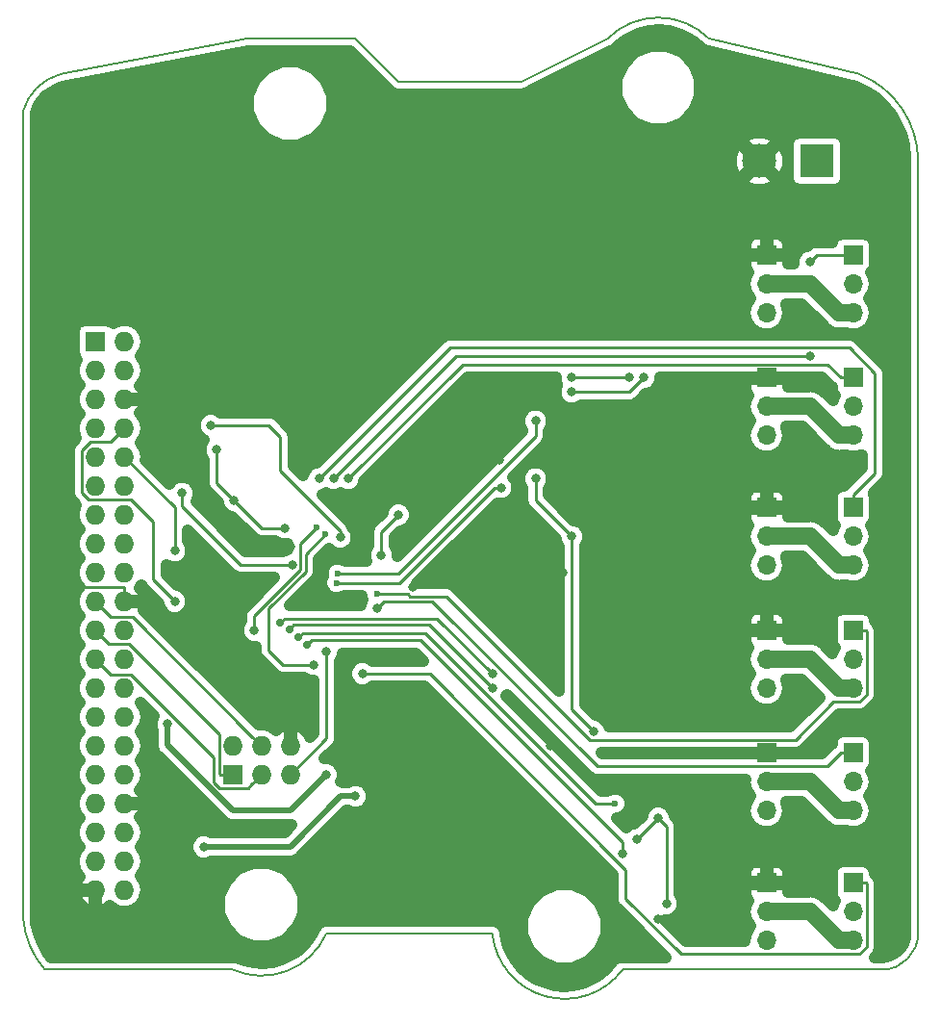
<source format=gbr>
%TF.GenerationSoftware,KiCad,Pcbnew,5.0.2-bee76a0~70~ubuntu18.04.1*%
%TF.CreationDate,2019-03-23T17:03:39+02:00*%
%TF.ProjectId,servos_control_schem,73657276-6f73-45f6-936f-6e74726f6c5f,rev?*%
%TF.SameCoordinates,Original*%
%TF.FileFunction,Copper,L2,Bot*%
%TF.FilePolarity,Positive*%
%FSLAX46Y46*%
G04 Gerber Fmt 4.6, Leading zero omitted, Abs format (unit mm)*
G04 Created by KiCad (PCBNEW 5.0.2-bee76a0~70~ubuntu18.04.1) date Sat 23 Mar 2019 05:03:39 PM EET*
%MOMM*%
%LPD*%
G01*
G04 APERTURE LIST*
%TA.AperFunction,NonConductor*%
%ADD10C,0.150000*%
%TD*%
%TA.AperFunction,NonConductor*%
%ADD11C,0.200000*%
%TD*%
%TA.AperFunction,ComponentPad*%
%ADD12O,1.700000X1.700000*%
%TD*%
%TA.AperFunction,ComponentPad*%
%ADD13R,1.700000X1.700000*%
%TD*%
%TA.AperFunction,ComponentPad*%
%ADD14O,1.727200X1.727200*%
%TD*%
%TA.AperFunction,ComponentPad*%
%ADD15R,1.727200X1.727200*%
%TD*%
%TA.AperFunction,ComponentPad*%
%ADD16C,3.000000*%
%TD*%
%TA.AperFunction,ComponentPad*%
%ADD17R,3.000000X3.000000*%
%TD*%
%TA.AperFunction,ViaPad*%
%ADD18C,0.800000*%
%TD*%
%TA.AperFunction,ViaPad*%
%ADD19C,2.000000*%
%TD*%
%TA.AperFunction,ViaPad*%
%ADD20C,0.600000*%
%TD*%
%TA.AperFunction,ViaPad*%
%ADD21C,0.700000*%
%TD*%
%TA.AperFunction,Conductor*%
%ADD22C,0.250000*%
%TD*%
%TA.AperFunction,Conductor*%
%ADD23C,0.500000*%
%TD*%
%TA.AperFunction,Conductor*%
%ADD24C,1.500000*%
%TD*%
%TA.AperFunction,Conductor*%
%ADD25C,1.000000*%
%TD*%
G04 APERTURE END LIST*
D10*
X187325000Y-135255000D02*
X188595000Y-135255000D01*
X191770000Y-64135000D02*
X191770000Y-132080000D01*
X191770000Y-132080000D02*
G75*
G02X188595000Y-135255000I-3175000J0D01*
G01*
D11*
X165760335Y-135274003D02*
G75*
G02X154305001Y-132079999I-5105335J3829003D01*
G01*
D10*
X113030001Y-59690000D02*
X113030001Y-130809999D01*
X113030001Y-59690000D02*
G75*
G02X116205001Y-56515001I4444999J-1270000D01*
G01*
X173355000Y-53340000D02*
X186690000Y-56515000D01*
X186690000Y-56515000D02*
G75*
G02X191770000Y-64135000I-3175000J-7620000D01*
G01*
X156845000Y-57150000D02*
X164465000Y-53340000D01*
X146050000Y-57150000D02*
X142240000Y-53340000D01*
X156845000Y-57150000D02*
X146050000Y-57150000D01*
X164465001Y-53340001D02*
G75*
G02X173354999Y-53340001I4444999J-4444999D01*
G01*
X114935000Y-135255000D02*
X125095000Y-135255000D01*
X114935001Y-135254998D02*
G75*
G02X113030001Y-130809999I5714999J5079998D01*
G01*
X132715000Y-53340000D02*
X116205000Y-56515000D01*
X142240000Y-53340000D02*
X132715000Y-53340000D01*
X165735000Y-135255000D02*
X169545000Y-135255000D01*
X140970000Y-132080000D02*
X154305000Y-132080000D01*
X131445000Y-135255000D02*
X130175000Y-135255000D01*
X139699999Y-132079999D02*
G75*
G02X131445001Y-135254999I-5714999J2539999D01*
G01*
X139700000Y-132080000D02*
X140970000Y-132080000D01*
X126365000Y-135255000D02*
X130175000Y-135255000D01*
X169545000Y-135255000D02*
X187325000Y-135255000D01*
X126365000Y-135255000D02*
X125095000Y-135255000D01*
D12*
%TO.P,CSEN4,3*%
%TO.N,Net-(CSEN4-Pad3)*%
X178435000Y-110490000D03*
%TO.P,CSEN4,2*%
%TO.N,Net-(CSEN4-Pad2)*%
X178435000Y-107950000D03*
D13*
%TO.P,CSEN4,1*%
%TO.N,GND*%
X178435000Y-105410000D03*
%TD*%
%TO.P,CSEN2,1*%
%TO.N,GND*%
X178435000Y-83185000D03*
D12*
%TO.P,CSEN2,2*%
%TO.N,Net-(CSEN2-Pad2)*%
X178435000Y-85725000D03*
%TO.P,CSEN2,3*%
%TO.N,Net-(CSEN2-Pad3)*%
X178435000Y-88265000D03*
%TD*%
%TO.P,CSEN1,3*%
%TO.N,Net-(CSEN1-Pad3)*%
X178435000Y-77470000D03*
%TO.P,CSEN1,2*%
%TO.N,Net-(CSEN1-Pad2)*%
X178435000Y-74930000D03*
D13*
%TO.P,CSEN1,1*%
%TO.N,GND*%
X178435000Y-72390000D03*
%TD*%
%TO.P,CSEN3,1*%
%TO.N,GND*%
X178435000Y-94615000D03*
D12*
%TO.P,CSEN3,2*%
%TO.N,Net-(CSEN3-Pad2)*%
X178435000Y-97155000D03*
%TO.P,CSEN3,3*%
%TO.N,Net-(CSEN3-Pad3)*%
X178435000Y-99695000D03*
%TD*%
%TO.P,CSEN5,3*%
%TO.N,Net-(CSEN5-Pad3)*%
X178435000Y-121285000D03*
%TO.P,CSEN5,2*%
%TO.N,Net-(CSEN5-Pad2)*%
X178435000Y-118745000D03*
D13*
%TO.P,CSEN5,1*%
%TO.N,GND*%
X178435000Y-116205000D03*
%TD*%
%TO.P,CSEN6,1*%
%TO.N,GND*%
X178435000Y-127635000D03*
D12*
%TO.P,CSEN6,2*%
%TO.N,Net-(CSEN6-Pad2)*%
X178435000Y-130175000D03*
%TO.P,CSEN6,3*%
%TO.N,Net-(CSEN6-Pad3)*%
X178435000Y-132715000D03*
%TD*%
D14*
%TO.P,J2,40*%
%TO.N,Net-(J2-Pad40)*%
X121920000Y-128270000D03*
%TO.P,J2,39*%
%TO.N,GND*%
X119380000Y-128270000D03*
%TO.P,J2,38*%
%TO.N,Net-(J2-Pad38)*%
X121920000Y-125730000D03*
%TO.P,J2,37*%
%TO.N,Net-(J2-Pad37)*%
X119380000Y-125730000D03*
%TO.P,J2,36*%
%TO.N,Net-(J2-Pad36)*%
X121920000Y-123190000D03*
%TO.P,J2,35*%
%TO.N,Net-(J2-Pad35)*%
X119380000Y-123190000D03*
%TO.P,J2,34*%
%TO.N,GND*%
X121920000Y-120650000D03*
%TO.P,J2,33*%
%TO.N,Net-(J2-Pad33)*%
X119380000Y-120650000D03*
%TO.P,J2,32*%
%TO.N,Net-(J2-Pad32)*%
X121920000Y-118110000D03*
%TO.P,J2,31*%
%TO.N,Net-(J2-Pad31)*%
X119380000Y-118110000D03*
%TO.P,J2,30*%
%TO.N,Net-(J2-Pad30)*%
X121920000Y-115570000D03*
%TO.P,J2,29*%
%TO.N,Net-(J2-Pad29)*%
X119380000Y-115570000D03*
%TO.P,J2,28*%
%TO.N,Net-(J2-Pad28)*%
X121920000Y-113030000D03*
%TO.P,J2,27*%
%TO.N,Net-(J2-Pad27)*%
X119380000Y-113030000D03*
%TO.P,J2,26*%
%TO.N,Net-(J2-Pad26)*%
X121920000Y-110490000D03*
%TO.P,J2,25*%
%TO.N,Net-(J2-Pad25)*%
X119380000Y-110490000D03*
%TO.P,J2,24*%
%TO.N,/SS*%
X121920000Y-107950000D03*
%TO.P,J2,23*%
%TO.N,/SCK*%
X119380000Y-107950000D03*
%TO.P,J2,22*%
%TO.N,Net-(J2-Pad22)*%
X121920000Y-105410000D03*
%TO.P,J2,21*%
%TO.N,/MISO*%
X119380000Y-105410000D03*
%TO.P,J2,20*%
%TO.N,GND*%
X121920000Y-102870000D03*
%TO.P,J2,19*%
%TO.N,/MOSI*%
X119380000Y-102870000D03*
%TO.P,J2,18*%
%TO.N,Net-(J2-Pad18)*%
X121920000Y-100330000D03*
%TO.P,J2,17*%
%TO.N,Net-(J2-Pad17)*%
X119380000Y-100330000D03*
%TO.P,J2,16*%
%TO.N,Net-(J2-Pad16)*%
X121920000Y-97790000D03*
%TO.P,J2,15*%
%TO.N,Net-(J2-Pad15)*%
X119380000Y-97790000D03*
%TO.P,J2,14*%
%TO.N,GND*%
X121920000Y-95250000D03*
%TO.P,J2,13*%
%TO.N,Net-(J2-Pad13)*%
X119380000Y-95250000D03*
%TO.P,J2,12*%
%TO.N,Net-(J2-Pad12)*%
X121920000Y-92710000D03*
%TO.P,J2,11*%
%TO.N,Net-(J2-Pad11)*%
X119380000Y-92710000D03*
%TO.P,J2,10*%
%TO.N,/TX*%
X121920000Y-90170000D03*
%TO.P,J2,9*%
%TO.N,GND*%
X119380000Y-90170000D03*
%TO.P,J2,8*%
%TO.N,/RX*%
X121920000Y-87630000D03*
%TO.P,J2,7*%
%TO.N,Net-(J2-Pad7)*%
X119380000Y-87630000D03*
%TO.P,J2,6*%
%TO.N,GND*%
X121920000Y-85090000D03*
%TO.P,J2,5*%
%TO.N,/SCL*%
X119380000Y-85090000D03*
%TO.P,J2,4*%
%TO.N,Net-(J2-Pad4)*%
X121920000Y-82550000D03*
%TO.P,J2,3*%
%TO.N,/SDA*%
X119380000Y-82550000D03*
%TO.P,J2,2*%
%TO.N,Net-(J2-Pad2)*%
X121920000Y-80010000D03*
D15*
%TO.P,J2,1*%
%TO.N,Net-(J2-Pad1)*%
X119380000Y-80010000D03*
%TD*%
%TO.P,J1,1*%
%TO.N,/MISO*%
X131445000Y-118110000D03*
D14*
%TO.P,J1,2*%
%TO.N,+5V*%
X131445000Y-115570000D03*
%TO.P,J1,3*%
%TO.N,/SCK*%
X133985000Y-118110000D03*
%TO.P,J1,4*%
%TO.N,/MOSI*%
X133985000Y-115570000D03*
%TO.P,J1,5*%
%TO.N,/RST*%
X136525000Y-118110000D03*
%TO.P,J1,6*%
%TO.N,GND*%
X136525000Y-115570000D03*
%TD*%
D13*
%TO.P,M5,1*%
%TO.N,/Servos\002C Current Sense/motor5*%
X186055000Y-116205000D03*
D12*
%TO.P,M5,2*%
%TO.N,VD*%
X186055000Y-118745000D03*
%TO.P,M5,3*%
%TO.N,Net-(CSEN5-Pad2)*%
X186055000Y-121285000D03*
%TD*%
%TO.P,M6,3*%
%TO.N,Net-(CSEN6-Pad2)*%
X186055000Y-132715000D03*
%TO.P,M6,2*%
%TO.N,VD*%
X186055000Y-130175000D03*
D13*
%TO.P,M6,1*%
%TO.N,/Servos\002C Current Sense/motor6*%
X186055000Y-127635000D03*
%TD*%
%TO.P,M1,1*%
%TO.N,/Servos\002C Current Sense/motor1*%
X186055000Y-72390000D03*
D12*
%TO.P,M1,2*%
%TO.N,VD*%
X186055000Y-74930000D03*
%TO.P,M1,3*%
%TO.N,Net-(CSEN1-Pad2)*%
X186055000Y-77470000D03*
%TD*%
%TO.P,M3,3*%
%TO.N,Net-(CSEN3-Pad2)*%
X186055000Y-99695000D03*
%TO.P,M3,2*%
%TO.N,VD*%
X186055000Y-97155000D03*
D13*
%TO.P,M3,1*%
%TO.N,/Servos\002C Current Sense/motor3*%
X186055000Y-94615000D03*
%TD*%
D12*
%TO.P,M4,3*%
%TO.N,Net-(CSEN4-Pad2)*%
X186055000Y-110490000D03*
%TO.P,M4,2*%
%TO.N,VD*%
X186055000Y-107950000D03*
D13*
%TO.P,M4,1*%
%TO.N,/Servos\002C Current Sense/motor4*%
X186055000Y-105410000D03*
%TD*%
%TO.P,M2,1*%
%TO.N,/Servos\002C Current Sense/motor2*%
X186055000Y-83185000D03*
D12*
%TO.P,M2,2*%
%TO.N,VD*%
X186055000Y-85725000D03*
%TO.P,M2,3*%
%TO.N,Net-(CSEN2-Pad2)*%
X186055000Y-88265000D03*
%TD*%
D16*
%TO.P,J3,2*%
%TO.N,GND*%
X177800000Y-64135000D03*
D17*
%TO.P,J3,1*%
%TO.N,VD*%
X182880000Y-64135000D03*
%TD*%
D18*
%TO.N,GND*%
X115570000Y-94615000D03*
D19*
X168275000Y-73660000D03*
D18*
X129540000Y-73660000D03*
X145415000Y-74295000D03*
X145415000Y-72390000D03*
X151765000Y-84455000D03*
X156845000Y-84455000D03*
X169545000Y-90170000D03*
X154940000Y-90424000D03*
X161544000Y-91440000D03*
X169545000Y-86995000D03*
X154940000Y-78740000D03*
X161925000Y-78740000D03*
X169545000Y-79375000D03*
X160528000Y-100330000D03*
X169545000Y-99060000D03*
X168910000Y-108585000D03*
X172720000Y-103505000D03*
X158115000Y-106680000D03*
X151130000Y-113030000D03*
X159385000Y-115570000D03*
X153035000Y-124460000D03*
X153670000Y-130175000D03*
X156845000Y-120015000D03*
X172720000Y-113665000D03*
X167005000Y-131445000D03*
X168910000Y-130810000D03*
X163830000Y-112395000D03*
X129540000Y-60960000D03*
X117475000Y-60960000D03*
X153670000Y-67945000D03*
X161290000Y-69215000D03*
X136525000Y-98044000D03*
X147320000Y-101600000D03*
X115570000Y-90170000D03*
X154940000Y-100330000D03*
X171450000Y-92710000D03*
X161925000Y-86360000D03*
X154305000Y-120650000D03*
X158115000Y-96520000D03*
%TO.N,/RX*%
X126365000Y-102870000D03*
%TO.N,Net-(R5-Pad1)*%
X133350000Y-105410000D03*
D20*
X138830000Y-96374000D03*
D18*
%TO.N,+5V*%
X168910000Y-121920000D03*
X142240000Y-120015000D03*
X128905000Y-124460000D03*
X125730000Y-113665000D03*
X131572000Y-93980000D03*
X130048000Y-89535000D03*
X136049000Y-96425000D03*
X167005000Y-123825000D03*
X139700000Y-118110000D03*
X169635001Y-129449999D03*
X146050000Y-95250000D03*
X144545000Y-98825000D03*
%TO.N,/TX*%
X126365000Y-98425000D03*
%TO.N,/SDA*%
X136709000Y-99625000D03*
X127000000Y-93345000D03*
%TO.N,Net-(RF1-Pad2)*%
X161290000Y-83185000D03*
X166370000Y-83185000D03*
%TO.N,/Servos\002C Current Sense/current6*%
X165735000Y-125095000D03*
D21*
X138030000Y-106680000D03*
%TO.N,/Servos\002C Current Sense/current5*%
X137230000Y-106045000D03*
D20*
X165100000Y-120650000D03*
D21*
%TO.N,/Servos\002C Current Sense/current4*%
X136430000Y-105315000D03*
D18*
X154305000Y-110490000D03*
D21*
%TO.N,/Servos\002C Current Sense/current3*%
X135630000Y-104775000D03*
D18*
X154305000Y-109220000D03*
D20*
%TO.N,/Servos\002C Current Sense/current2*%
X140583000Y-101225000D03*
D18*
X155073372Y-92843372D03*
%TO.N,/Servos\002C Current Sense/current1*%
X167640000Y-83185000D03*
X158115000Y-86995000D03*
X161290000Y-84455000D03*
D20*
X140716000Y-100425000D03*
D18*
%TO.N,/RST*%
X139700000Y-107315000D03*
D20*
%TO.N,Net-(R7-Pad1)*%
X139630000Y-96958000D03*
D18*
X138575000Y-108440000D03*
%TO.N,/SCL*%
X140913000Y-97225000D03*
X129540000Y-87376000D03*
%TO.N,-5V*%
X161290000Y-97155000D03*
X163195000Y-114300000D03*
X158115000Y-92075000D03*
D20*
%TO.N,/Servos\002C Current Sense/motor4*%
X144145000Y-102235000D03*
D18*
%TO.N,/Servos\002C Current Sense/motor2*%
X141605000Y-92075000D03*
%TO.N,/Servos\002C Current Sense/motor1*%
X182245000Y-81280000D03*
X140335000Y-92075000D03*
X182245000Y-73025000D03*
%TO.N,/Servos\002C Current Sense/motor3*%
X139065000Y-92075000D03*
%TO.N,/Servos\002C Current Sense/motor6*%
X142875000Y-109220000D03*
%TO.N,/Servos\002C Current Sense/motor5*%
X144145000Y-103505000D03*
%TD*%
D22*
%TO.N,GND*%
X121920000Y-101648686D02*
X121871314Y-101600000D01*
X121920000Y-102870000D02*
X121920000Y-101648686D01*
X121871314Y-101600000D02*
X116840000Y-101600000D01*
X116840000Y-101600000D02*
X116205000Y-100965000D01*
X121920000Y-102870000D02*
X123825000Y-102870000D01*
X123825000Y-102870000D02*
X125095000Y-104140000D01*
%TO.N,/RX*%
X120731399Y-88818601D02*
X121056401Y-88493599D01*
X118972269Y-88818601D02*
X120731399Y-88818601D01*
X118191399Y-93280529D02*
X118191399Y-89599471D01*
X121056401Y-88493599D02*
X121920000Y-87630000D01*
X118809471Y-93898601D02*
X118191399Y-93280529D01*
X122473601Y-93898601D02*
X118809471Y-93898601D01*
X124460000Y-95885000D02*
X122473601Y-93898601D01*
X124460000Y-100965000D02*
X124460000Y-95885000D01*
X118191399Y-89599471D02*
X118972269Y-88818601D01*
X126365000Y-102870000D02*
X124460000Y-100965000D01*
%TO.N,/MISO*%
X130331400Y-118110000D02*
X131445000Y-118110000D01*
X130256399Y-118034999D02*
X130331400Y-118110000D01*
X130256399Y-114527269D02*
X130256399Y-118034999D01*
X122327731Y-106598601D02*
X130256399Y-114527269D01*
X120568601Y-106598601D02*
X122327731Y-106598601D01*
X119380000Y-105410000D02*
X120568601Y-106598601D01*
%TO.N,Net-(R5-Pad1)*%
X137434001Y-97769999D02*
X137434001Y-100055999D01*
X138830000Y-96374000D02*
X137434001Y-97769999D01*
X133350000Y-104140000D02*
X133350000Y-105410000D01*
X137434001Y-100055999D02*
X133350000Y-104140000D01*
%TO.N,+5V*%
X130048000Y-92456000D02*
X131572000Y-93980000D01*
X130048000Y-89535000D02*
X130048000Y-92456000D01*
X134017000Y-96425000D02*
X131572000Y-93980000D01*
X136049000Y-96425000D02*
X134017000Y-96425000D01*
X167005000Y-123825000D02*
X168910000Y-121920000D01*
D23*
X125730000Y-115520388D02*
X131494612Y-121285000D01*
X125730000Y-113665000D02*
X125730000Y-115520388D01*
X136525000Y-121285000D02*
X139700000Y-118110000D01*
X131494612Y-121285000D02*
X136525000Y-121285000D01*
X142240000Y-120015000D02*
X140970000Y-120015000D01*
X136525000Y-124460000D02*
X128905000Y-124460000D01*
X140970000Y-120015000D02*
X136525000Y-124460000D01*
D22*
X169635001Y-122645001D02*
X169635001Y-129449999D01*
X168910000Y-121920000D02*
X169635001Y-122645001D01*
X169635001Y-129449999D02*
X169635001Y-129449999D01*
X144545000Y-96755000D02*
X146050000Y-95250000D01*
X144545000Y-98825000D02*
X144545000Y-96755000D01*
%TO.N,/MOSI*%
X133121401Y-114706401D02*
X133985000Y-115570000D01*
X122636399Y-104221399D02*
X133121401Y-114706401D01*
X120731399Y-104221399D02*
X122636399Y-104221399D01*
X119380000Y-102870000D02*
X120731399Y-104221399D01*
%TO.N,/TX*%
X126365000Y-94615000D02*
X121920000Y-90170000D01*
X126365000Y-98425000D02*
X126365000Y-94615000D01*
%TO.N,/SDA*%
X127000000Y-93345000D02*
X127000000Y-94488000D01*
X132137000Y-99625000D02*
X136709000Y-99625000D01*
X127000000Y-94488000D02*
X132137000Y-99625000D01*
%TO.N,/SCK*%
X132796399Y-119298601D02*
X133121401Y-118973599D01*
X130321399Y-119298601D02*
X132796399Y-119298601D01*
X129806389Y-118783591D02*
X130321399Y-119298601D01*
X129806389Y-116617259D02*
X129806389Y-118783591D01*
X122490529Y-109301399D02*
X129806389Y-116617259D01*
X133121401Y-118973599D02*
X133985000Y-118110000D01*
X120731399Y-109301399D02*
X122490529Y-109301399D01*
X119380000Y-107950000D02*
X120731399Y-109301399D01*
%TO.N,Net-(RF1-Pad2)*%
X166370000Y-83185000D02*
X161290000Y-83185000D01*
%TO.N,/Servos\002C Current Sense/current6*%
X165735000Y-124021998D02*
X165735000Y-124529315D01*
X147993003Y-106280001D02*
X165735000Y-124021998D01*
X165735000Y-124529315D02*
X165735000Y-125095000D01*
X138429999Y-106280001D02*
X147993003Y-106280001D01*
X138030000Y-106680000D02*
X138429999Y-106280001D01*
%TO.N,/Servos\002C Current Sense/current5*%
X148386999Y-105645001D02*
X163391998Y-120650000D01*
X137230000Y-106045000D02*
X137629999Y-105645001D01*
X137629999Y-105645001D02*
X148386999Y-105645001D01*
X163391998Y-120650000D02*
X165100000Y-120650000D01*
%TO.N,/Servos\002C Current Sense/current4*%
X153905001Y-110090001D02*
X154305000Y-110490000D01*
X148730001Y-104915001D02*
X153905001Y-110090001D01*
X136829999Y-104915001D02*
X148730001Y-104915001D01*
X136430000Y-105315000D02*
X136829999Y-104915001D01*
%TO.N,/Servos\002C Current Sense/current3*%
X136029999Y-104375001D02*
X149460001Y-104375001D01*
X135630000Y-104775000D02*
X136029999Y-104375001D01*
X149460001Y-104375001D02*
X154305000Y-109220000D01*
X154305000Y-109220000D02*
X154305000Y-109220000D01*
%TO.N,/Servos\002C Current Sense/current2*%
X154507687Y-92843372D02*
X146126059Y-101225000D01*
X155073372Y-92843372D02*
X154507687Y-92843372D01*
X146126059Y-101225000D02*
X140583000Y-101225000D01*
%TO.N,/Servos\002C Current Sense/current1*%
X166370000Y-84455000D02*
X161290000Y-84455000D01*
X167640000Y-83185000D02*
X166370000Y-84455000D01*
X141140264Y-100425000D02*
X140716000Y-100425000D01*
X146012002Y-100425000D02*
X141140264Y-100425000D01*
X158115000Y-88322002D02*
X146012002Y-100425000D01*
X158115000Y-86995000D02*
X158115000Y-88322002D01*
%TO.N,/RST*%
X139700000Y-114935000D02*
X136525000Y-118110000D01*
X139700000Y-107315000D02*
X139700000Y-114935000D01*
%TO.N,Net-(R7-Pad1)*%
X137884010Y-100242400D02*
X134620000Y-103506410D01*
X134620000Y-103506410D02*
X134620000Y-107188000D01*
X139630000Y-96958000D02*
X137884011Y-98703989D01*
X137884011Y-98703989D02*
X137884010Y-100242400D01*
X135872000Y-108440000D02*
X134620000Y-107188000D01*
X138575000Y-108440000D02*
X135872000Y-108440000D01*
%TO.N,/SCL*%
X140913000Y-96659315D02*
X135636000Y-91382315D01*
X140913000Y-97225000D02*
X140913000Y-96659315D01*
X135636000Y-91382315D02*
X135636000Y-88392000D01*
X135636000Y-88392000D02*
X134620000Y-87376000D01*
X134620000Y-87376000D02*
X129540000Y-87376000D01*
X129540000Y-87376000D02*
X129540000Y-87376000D01*
%TO.N,-5V*%
X158115000Y-93980000D02*
X161290000Y-97155000D01*
X158115000Y-92075000D02*
X158115000Y-93980000D01*
X161290000Y-112395000D02*
X161290000Y-97155000D01*
X163195000Y-114300000D02*
X161290000Y-112395000D01*
%TO.N,/Servos\002C Current Sense/motor4*%
X187155000Y-105410000D02*
X186055000Y-105410000D01*
X187230001Y-105485001D02*
X187155000Y-105410000D01*
X187230001Y-111054001D02*
X187230001Y-105485001D01*
X144145000Y-102235000D02*
X146881998Y-102235000D01*
X146881998Y-102235000D02*
X147066988Y-102419990D01*
X147066988Y-102419990D02*
X150241988Y-102419990D01*
X150241988Y-102419990D02*
X162851997Y-115029999D01*
X184339998Y-111665001D02*
X180975000Y-115029999D01*
X186619001Y-111665001D02*
X184339998Y-111665001D01*
X162851997Y-115029999D02*
X180975000Y-115029999D01*
X187230001Y-111054001D02*
X186619001Y-111665001D01*
%TO.N,/Servos\002C Current Sense/motor2*%
X183779999Y-82009999D02*
X151670001Y-82009999D01*
X186055000Y-83185000D02*
X184955000Y-83185000D01*
X184955000Y-83185000D02*
X183779999Y-82009999D01*
X151670001Y-82009999D02*
X141605000Y-92075000D01*
X141605000Y-92075000D02*
X141605000Y-92075000D01*
%TO.N,/Servos\002C Current Sense/motor1*%
X140335000Y-92075000D02*
X140335000Y-92075000D01*
X186055000Y-72390000D02*
X182880000Y-72390000D01*
X182880000Y-72390000D02*
X182245000Y-73025000D01*
X182245000Y-73025000D02*
X182245000Y-73025000D01*
X151130000Y-81280000D02*
X182245000Y-81280000D01*
X140335000Y-92075000D02*
X151130000Y-81280000D01*
%TO.N,/Servos\002C Current Sense/motor3*%
X139065000Y-92075000D02*
X139065000Y-92075000D01*
X186055000Y-93515000D02*
X187960000Y-91610000D01*
X186055000Y-94615000D02*
X186055000Y-93515000D01*
X150585001Y-80554999D02*
X139464999Y-91675001D01*
X185710001Y-80554999D02*
X150585001Y-80554999D01*
X139464999Y-91675001D02*
X139065000Y-92075000D01*
X187960000Y-82804998D02*
X185710001Y-80554999D01*
X187960000Y-91610000D02*
X187960000Y-82804998D01*
%TO.N,/Servos\002C Current Sense/motor6*%
X148786998Y-109220000D02*
X166026997Y-126459999D01*
X142875000Y-109220000D02*
X148786998Y-109220000D01*
X187230001Y-127710001D02*
X187155000Y-127635000D01*
X187230001Y-133279001D02*
X187230001Y-127710001D01*
X186619001Y-133890001D02*
X187230001Y-133279001D01*
X170916999Y-133890001D02*
X186619001Y-133890001D01*
X187155000Y-127635000D02*
X186055000Y-127635000D01*
X166026997Y-128999999D02*
X170916999Y-133890001D01*
X166026997Y-126459999D02*
X166026997Y-128999999D01*
%TO.N,/Servos\002C Current Sense/motor5*%
X184955000Y-116205000D02*
X186055000Y-116205000D01*
X183779999Y-117380001D02*
X184955000Y-116205000D01*
X163538003Y-117380001D02*
X183779999Y-117380001D01*
X149028002Y-102870000D02*
X163538003Y-117380001D01*
X144780000Y-102870000D02*
X149028002Y-102870000D01*
X144145000Y-103505000D02*
X144780000Y-102870000D01*
D24*
%TO.N,Net-(CSEN1-Pad2)*%
X186055000Y-77470000D02*
X184785000Y-77470000D01*
X182245000Y-74930000D02*
X178435000Y-74930000D01*
X184785000Y-77470000D02*
X182245000Y-74930000D01*
%TO.N,Net-(CSEN4-Pad2)*%
X186055000Y-110490000D02*
X184785000Y-110490000D01*
X182245000Y-107950000D02*
X178435000Y-107950000D01*
X184785000Y-110490000D02*
X182245000Y-107950000D01*
%TO.N,Net-(CSEN3-Pad2)*%
X184852919Y-99695000D02*
X182312919Y-97155000D01*
X186055000Y-99695000D02*
X184852919Y-99695000D01*
X182312919Y-97155000D02*
X178435000Y-97155000D01*
%TO.N,Net-(CSEN2-Pad2)*%
X179637081Y-85725000D02*
X178435000Y-85725000D01*
X182312919Y-85725000D02*
X179637081Y-85725000D01*
X184852919Y-88265000D02*
X182312919Y-85725000D01*
X186055000Y-88265000D02*
X184852919Y-88265000D01*
%TO.N,Net-(CSEN6-Pad2)*%
X184852919Y-132715000D02*
X182312919Y-130175000D01*
X186055000Y-132715000D02*
X184852919Y-132715000D01*
X182312919Y-130175000D02*
X178435000Y-130175000D01*
%TO.N,Net-(CSEN5-Pad2)*%
X186055000Y-121285000D02*
X184785000Y-121285000D01*
X182245000Y-118745000D02*
X178435000Y-118745000D01*
X184785000Y-121285000D02*
X182245000Y-118745000D01*
%TD*%
D25*
%TO.N,GND*%
G36*
X169830780Y-52667499D02*
X170637131Y-52880546D01*
X171399044Y-53219772D01*
X172104873Y-53681652D01*
X172598073Y-54116467D01*
X172707635Y-54234545D01*
X173000391Y-54368843D01*
X186316996Y-57539463D01*
X187166639Y-57965301D01*
X187989757Y-58533553D01*
X188725778Y-59210830D01*
X189360379Y-59983952D01*
X189881206Y-60837869D01*
X190278122Y-61755959D01*
X190543404Y-62720364D01*
X190674697Y-63734018D01*
X190687000Y-64150978D01*
X190687001Y-132019439D01*
X190628389Y-132541973D01*
X190475508Y-132980989D01*
X190229165Y-133375222D01*
X189901598Y-133705083D01*
X189509096Y-133954172D01*
X189071161Y-134110114D01*
X188552174Y-134172000D01*
X187939305Y-134172000D01*
X187952247Y-134159058D01*
X188046848Y-134095848D01*
X188268463Y-133764177D01*
X188297262Y-133721077D01*
X188297262Y-133721076D01*
X188297263Y-133721075D01*
X188363001Y-133390588D01*
X188363001Y-133390584D01*
X188385196Y-133279002D01*
X188363001Y-133167420D01*
X188363001Y-127821582D01*
X188385196Y-127710000D01*
X188363001Y-127598418D01*
X188363001Y-127598414D01*
X188297263Y-127267927D01*
X188046848Y-126893154D01*
X188001888Y-126863113D01*
X187971847Y-126818153D01*
X187932747Y-126792027D01*
X187932747Y-126785000D01*
X187854514Y-126391698D01*
X187631727Y-126058273D01*
X187298302Y-125835486D01*
X186905000Y-125757253D01*
X185205000Y-125757253D01*
X184811698Y-125835486D01*
X184478273Y-126058273D01*
X184255486Y-126391698D01*
X184177253Y-126785000D01*
X184177253Y-128485000D01*
X184255486Y-128878302D01*
X184471157Y-129201078D01*
X184304803Y-129450045D01*
X184266535Y-129642429D01*
X183678446Y-129054340D01*
X183580366Y-128907553D01*
X182998856Y-128519000D01*
X182486066Y-128417000D01*
X182486061Y-128417000D01*
X182312919Y-128382560D01*
X182139777Y-128417000D01*
X180293000Y-128417000D01*
X180293000Y-127987000D01*
X180041000Y-127735000D01*
X178535000Y-127735000D01*
X178535000Y-127755000D01*
X178335000Y-127755000D01*
X178335000Y-127735000D01*
X176829000Y-127735000D01*
X176577000Y-127987000D01*
X176577000Y-128685503D01*
X176730459Y-129055986D01*
X176860928Y-129186455D01*
X176684803Y-129450045D01*
X176540600Y-130175000D01*
X176684803Y-130899955D01*
X177048990Y-131445000D01*
X176684803Y-131990045D01*
X176540600Y-132715000D01*
X176548955Y-132757001D01*
X171386303Y-132757001D01*
X169487301Y-130857999D01*
X169915070Y-130857999D01*
X170432569Y-130643643D01*
X170828645Y-130247567D01*
X171043001Y-129730068D01*
X171043001Y-129169930D01*
X170828645Y-128652431D01*
X170768001Y-128591787D01*
X170768001Y-126584497D01*
X176577000Y-126584497D01*
X176577000Y-127283000D01*
X176829000Y-127535000D01*
X178335000Y-127535000D01*
X178335000Y-126029000D01*
X178535000Y-126029000D01*
X178535000Y-127535000D01*
X180041000Y-127535000D01*
X180293000Y-127283000D01*
X180293000Y-126584497D01*
X180139541Y-126214014D01*
X179855986Y-125930459D01*
X179485504Y-125777000D01*
X178787000Y-125777000D01*
X178535000Y-126029000D01*
X178335000Y-126029000D01*
X178083000Y-125777000D01*
X177384496Y-125777000D01*
X177014014Y-125930459D01*
X176730459Y-126214014D01*
X176577000Y-126584497D01*
X170768001Y-126584497D01*
X170768001Y-122756582D01*
X170790196Y-122645000D01*
X170768001Y-122533418D01*
X170768001Y-122533414D01*
X170702263Y-122202927D01*
X170451848Y-121828154D01*
X170357249Y-121764945D01*
X170318000Y-121725696D01*
X170318000Y-121639931D01*
X170103644Y-121122432D01*
X169707568Y-120726356D01*
X169190069Y-120512000D01*
X168629931Y-120512000D01*
X168112432Y-120726356D01*
X167716356Y-121122432D01*
X167502000Y-121639931D01*
X167502000Y-121725696D01*
X166810697Y-122417000D01*
X166724931Y-122417000D01*
X166207432Y-122631356D01*
X166077047Y-122761741D01*
X165273306Y-121958000D01*
X165360177Y-121958000D01*
X165840922Y-121758869D01*
X166208869Y-121390922D01*
X166408000Y-120910177D01*
X166408000Y-120389823D01*
X166208869Y-119909078D01*
X165840922Y-119541131D01*
X165360177Y-119342000D01*
X164839823Y-119342000D01*
X164417335Y-119517000D01*
X163861302Y-119517000D01*
X155537665Y-111193364D01*
X155599582Y-111043883D01*
X162657947Y-118102249D01*
X162721156Y-118196848D01*
X163095929Y-118447263D01*
X163426416Y-118513001D01*
X163426420Y-118513001D01*
X163538002Y-118535196D01*
X163649584Y-118513001D01*
X176586748Y-118513001D01*
X176540600Y-118745000D01*
X176684803Y-119469955D01*
X177048990Y-120015000D01*
X176684803Y-120560045D01*
X176540600Y-121285000D01*
X176684803Y-122009955D01*
X177095457Y-122624543D01*
X177710045Y-123035197D01*
X178252005Y-123143000D01*
X178617995Y-123143000D01*
X179159955Y-123035197D01*
X179774543Y-122624543D01*
X180185197Y-122009955D01*
X180329400Y-121285000D01*
X180185197Y-120560045D01*
X180147081Y-120503000D01*
X181516813Y-120503000D01*
X183419473Y-122405660D01*
X183517553Y-122552447D01*
X183764674Y-122717568D01*
X184099061Y-122940999D01*
X184099062Y-122940999D01*
X184099063Y-122941000D01*
X184611853Y-123043000D01*
X184611857Y-123043000D01*
X184784999Y-123077440D01*
X184958141Y-123043000D01*
X185369273Y-123043000D01*
X185872005Y-123143000D01*
X186237995Y-123143000D01*
X186779955Y-123035197D01*
X187394543Y-122624543D01*
X187805197Y-122009955D01*
X187949400Y-121285000D01*
X187805197Y-120560045D01*
X187441010Y-120015000D01*
X187805197Y-119469955D01*
X187949400Y-118745000D01*
X187805197Y-118020045D01*
X187638843Y-117771078D01*
X187854514Y-117448302D01*
X187932747Y-117055000D01*
X187932747Y-115355000D01*
X187854514Y-114961698D01*
X187631727Y-114628273D01*
X187298302Y-114405486D01*
X186905000Y-114327253D01*
X185205000Y-114327253D01*
X184811698Y-114405486D01*
X184478273Y-114628273D01*
X184255486Y-114961698D01*
X184177253Y-115355000D01*
X184177253Y-115362027D01*
X184138153Y-115388153D01*
X184074944Y-115482752D01*
X183310696Y-116247001D01*
X164007307Y-116247001D01*
X163923305Y-116162999D01*
X180863414Y-116162999D01*
X180975000Y-116185195D01*
X181086586Y-116162999D01*
X181086587Y-116162999D01*
X181417074Y-116097261D01*
X181791847Y-115846846D01*
X181855058Y-115752244D01*
X184809302Y-112798001D01*
X186507415Y-112798001D01*
X186619001Y-112820197D01*
X186730587Y-112798001D01*
X186730588Y-112798001D01*
X187061075Y-112732263D01*
X187435848Y-112481848D01*
X187499059Y-112387246D01*
X187952247Y-111934058D01*
X188046848Y-111870848D01*
X188256380Y-111557261D01*
X188297262Y-111496077D01*
X188297262Y-111496076D01*
X188297263Y-111496075D01*
X188363001Y-111165588D01*
X188363001Y-111165584D01*
X188385196Y-111054002D01*
X188363001Y-110942420D01*
X188363001Y-105596582D01*
X188385196Y-105485000D01*
X188363001Y-105373418D01*
X188363001Y-105373414D01*
X188297263Y-105042927D01*
X188046848Y-104668154D01*
X188001888Y-104638113D01*
X187971847Y-104593153D01*
X187932747Y-104567027D01*
X187932747Y-104560000D01*
X187854514Y-104166698D01*
X187631727Y-103833273D01*
X187298302Y-103610486D01*
X186905000Y-103532253D01*
X185205000Y-103532253D01*
X184811698Y-103610486D01*
X184478273Y-103833273D01*
X184255486Y-104166698D01*
X184177253Y-104560000D01*
X184177253Y-106260000D01*
X184255486Y-106653302D01*
X184471157Y-106976078D01*
X184304803Y-107225045D01*
X184255267Y-107474080D01*
X183610527Y-106829340D01*
X183512447Y-106682553D01*
X182930937Y-106294000D01*
X182418147Y-106192000D01*
X182418142Y-106192000D01*
X182245000Y-106157560D01*
X182071858Y-106192000D01*
X180293000Y-106192000D01*
X180293000Y-105762000D01*
X180041000Y-105510000D01*
X178535000Y-105510000D01*
X178535000Y-105530000D01*
X178335000Y-105530000D01*
X178335000Y-105510000D01*
X176829000Y-105510000D01*
X176577000Y-105762000D01*
X176577000Y-106460503D01*
X176730459Y-106830986D01*
X176860928Y-106961455D01*
X176684803Y-107225045D01*
X176540600Y-107950000D01*
X176684803Y-108674955D01*
X177048990Y-109220000D01*
X176684803Y-109765045D01*
X176540600Y-110490000D01*
X176684803Y-111214955D01*
X177095457Y-111829543D01*
X177710045Y-112240197D01*
X178252005Y-112348000D01*
X178617995Y-112348000D01*
X179159955Y-112240197D01*
X179774543Y-111829543D01*
X180185197Y-111214955D01*
X180329400Y-110490000D01*
X180185197Y-109765045D01*
X180147081Y-109708000D01*
X181516813Y-109708000D01*
X183105754Y-111296941D01*
X180505697Y-113896999D01*
X164552080Y-113896999D01*
X164388644Y-113502432D01*
X163992568Y-113106356D01*
X163475069Y-112892000D01*
X163389304Y-112892000D01*
X162423000Y-111925697D01*
X162423000Y-104359497D01*
X176577000Y-104359497D01*
X176577000Y-105058000D01*
X176829000Y-105310000D01*
X178335000Y-105310000D01*
X178335000Y-103804000D01*
X178535000Y-103804000D01*
X178535000Y-105310000D01*
X180041000Y-105310000D01*
X180293000Y-105058000D01*
X180293000Y-104359497D01*
X180139541Y-103989014D01*
X179855986Y-103705459D01*
X179485504Y-103552000D01*
X178787000Y-103552000D01*
X178535000Y-103804000D01*
X178335000Y-103804000D01*
X178083000Y-103552000D01*
X177384496Y-103552000D01*
X177014014Y-103705459D01*
X176730459Y-103989014D01*
X176577000Y-104359497D01*
X162423000Y-104359497D01*
X162423000Y-98013212D01*
X162483644Y-97952568D01*
X162698000Y-97435069D01*
X162698000Y-96874931D01*
X162483644Y-96357432D01*
X162087568Y-95961356D01*
X161570069Y-95747000D01*
X161484304Y-95747000D01*
X159301801Y-93564497D01*
X176577000Y-93564497D01*
X176577000Y-94263000D01*
X176829000Y-94515000D01*
X178335000Y-94515000D01*
X178335000Y-93009000D01*
X178535000Y-93009000D01*
X178535000Y-94515000D01*
X180041000Y-94515000D01*
X180293000Y-94263000D01*
X180293000Y-93564497D01*
X180139541Y-93194014D01*
X179855986Y-92910459D01*
X179485504Y-92757000D01*
X178787000Y-92757000D01*
X178535000Y-93009000D01*
X178335000Y-93009000D01*
X178083000Y-92757000D01*
X177384496Y-92757000D01*
X177014014Y-92910459D01*
X176730459Y-93194014D01*
X176577000Y-93564497D01*
X159301801Y-93564497D01*
X159248000Y-93510697D01*
X159248000Y-92933212D01*
X159308644Y-92872568D01*
X159523000Y-92355069D01*
X159523000Y-91794931D01*
X159308644Y-91277432D01*
X158912568Y-90881356D01*
X158395069Y-90667000D01*
X157834931Y-90667000D01*
X157317432Y-90881356D01*
X156921356Y-91277432D01*
X156707000Y-91794931D01*
X156707000Y-92355069D01*
X156921356Y-92872568D01*
X156982000Y-92933212D01*
X156982001Y-93868410D01*
X156959804Y-93980000D01*
X157031548Y-94340675D01*
X157047739Y-94422074D01*
X157298154Y-94796847D01*
X157392752Y-94860055D01*
X159882000Y-97349304D01*
X159882000Y-97435069D01*
X160096356Y-97952568D01*
X160157001Y-98013213D01*
X160157000Y-110732698D01*
X151122046Y-101697745D01*
X151058835Y-101603143D01*
X150684062Y-101352728D01*
X150353575Y-101286990D01*
X150353574Y-101286990D01*
X150241988Y-101264794D01*
X150130402Y-101286990D01*
X147666372Y-101286990D01*
X154728736Y-94224627D01*
X154793303Y-94251372D01*
X155353441Y-94251372D01*
X155870940Y-94037016D01*
X156267016Y-93640940D01*
X156481372Y-93123441D01*
X156481372Y-92563303D01*
X156267016Y-92045804D01*
X156130259Y-91909047D01*
X158837245Y-89202060D01*
X158931847Y-89138849D01*
X159182262Y-88764076D01*
X159248000Y-88433589D01*
X159248000Y-88433588D01*
X159270196Y-88322002D01*
X159248000Y-88210416D01*
X159248000Y-87853212D01*
X159308644Y-87792568D01*
X159523000Y-87275069D01*
X159523000Y-86714931D01*
X159308644Y-86197432D01*
X158912568Y-85801356D01*
X158395069Y-85587000D01*
X157834931Y-85587000D01*
X157317432Y-85801356D01*
X156921356Y-86197432D01*
X156707000Y-86714931D01*
X156707000Y-87275069D01*
X156921356Y-87792568D01*
X156981744Y-87852956D01*
X145953000Y-98881699D01*
X145953000Y-98544931D01*
X145738644Y-98027432D01*
X145678000Y-97966788D01*
X145678000Y-97224303D01*
X146244304Y-96658000D01*
X146330069Y-96658000D01*
X146847568Y-96443644D01*
X147243644Y-96047568D01*
X147458000Y-95530069D01*
X147458000Y-94969931D01*
X147243644Y-94452432D01*
X146847568Y-94056356D01*
X146330069Y-93842000D01*
X145769931Y-93842000D01*
X145252432Y-94056356D01*
X144856356Y-94452432D01*
X144642000Y-94969931D01*
X144642000Y-95055696D01*
X143822753Y-95874944D01*
X143728154Y-95938153D01*
X143664945Y-96032752D01*
X143477739Y-96312926D01*
X143389804Y-96755000D01*
X143412001Y-96866590D01*
X143412000Y-97966788D01*
X143351356Y-98027432D01*
X143137000Y-98544931D01*
X143137000Y-99105069D01*
X143214430Y-99292000D01*
X141398665Y-99292000D01*
X140976177Y-99117000D01*
X140455823Y-99117000D01*
X139975078Y-99316131D01*
X139607131Y-99684078D01*
X139408000Y-100164823D01*
X139408000Y-100643732D01*
X139275000Y-100964823D01*
X139275000Y-101485177D01*
X139474131Y-101965922D01*
X139842078Y-102333869D01*
X140322823Y-102533000D01*
X140843177Y-102533000D01*
X141265665Y-102358000D01*
X142837000Y-102358000D01*
X142837000Y-102495177D01*
X142938137Y-102739344D01*
X142737000Y-103224931D01*
X142737000Y-103242001D01*
X136486712Y-103242001D01*
X138606260Y-101122454D01*
X138700856Y-101059247D01*
X138764063Y-100964651D01*
X138764065Y-100964649D01*
X138951271Y-100684475D01*
X139039205Y-100242401D01*
X139017009Y-100130815D01*
X139017010Y-99173293D01*
X139943546Y-98246758D01*
X140115432Y-98418644D01*
X140632931Y-98633000D01*
X141193069Y-98633000D01*
X141710568Y-98418644D01*
X142106644Y-98022568D01*
X142321000Y-97505069D01*
X142321000Y-96944931D01*
X142106644Y-96427432D01*
X142001072Y-96321860D01*
X141980262Y-96217242D01*
X141980153Y-96217078D01*
X141821918Y-95980262D01*
X141729847Y-95842468D01*
X141635248Y-95779259D01*
X139338989Y-93483000D01*
X139345069Y-93483000D01*
X139700000Y-93335982D01*
X140054931Y-93483000D01*
X140615069Y-93483000D01*
X140970000Y-93335982D01*
X141324931Y-93483000D01*
X141885069Y-93483000D01*
X142402568Y-93268644D01*
X142798644Y-92872568D01*
X143013000Y-92355069D01*
X143013000Y-92269303D01*
X152139305Y-83142999D01*
X159882000Y-83142999D01*
X159882000Y-83465069D01*
X160029018Y-83820000D01*
X159882000Y-84174931D01*
X159882000Y-84735069D01*
X160096356Y-85252568D01*
X160492432Y-85648644D01*
X161009931Y-85863000D01*
X161570069Y-85863000D01*
X162087568Y-85648644D01*
X162148212Y-85588000D01*
X166258414Y-85588000D01*
X166370000Y-85610196D01*
X166481586Y-85588000D01*
X166481587Y-85588000D01*
X166812074Y-85522262D01*
X167186847Y-85271847D01*
X167250058Y-85177245D01*
X167834304Y-84593000D01*
X167920069Y-84593000D01*
X168437568Y-84378644D01*
X168833644Y-83982568D01*
X169048000Y-83465069D01*
X169048000Y-83142999D01*
X183310696Y-83142999D01*
X184074944Y-83907248D01*
X184138153Y-84001847D01*
X184177253Y-84027973D01*
X184177253Y-84035000D01*
X184255486Y-84428302D01*
X184471157Y-84751078D01*
X184304803Y-85000045D01*
X184266535Y-85192429D01*
X183678446Y-84604340D01*
X183580366Y-84457553D01*
X182998856Y-84069000D01*
X182486066Y-83967000D01*
X182486061Y-83967000D01*
X182312919Y-83932560D01*
X182139777Y-83967000D01*
X180293000Y-83967000D01*
X180293000Y-83537000D01*
X180041000Y-83285000D01*
X178535000Y-83285000D01*
X178535000Y-83305000D01*
X178335000Y-83305000D01*
X178335000Y-83285000D01*
X176829000Y-83285000D01*
X176577000Y-83537000D01*
X176577000Y-84235503D01*
X176730459Y-84605986D01*
X176860928Y-84736455D01*
X176684803Y-85000045D01*
X176540600Y-85725000D01*
X176684803Y-86449955D01*
X177048990Y-86995000D01*
X176684803Y-87540045D01*
X176540600Y-88265000D01*
X176684803Y-88989955D01*
X177095457Y-89604543D01*
X177710045Y-90015197D01*
X178252005Y-90123000D01*
X178617995Y-90123000D01*
X179159955Y-90015197D01*
X179774543Y-89604543D01*
X180185197Y-88989955D01*
X180329400Y-88265000D01*
X180185197Y-87540045D01*
X180147081Y-87483000D01*
X181584732Y-87483000D01*
X183487392Y-89385660D01*
X183585472Y-89532447D01*
X183739624Y-89635448D01*
X184166980Y-89920999D01*
X184166981Y-89920999D01*
X184166982Y-89921000D01*
X184679772Y-90023000D01*
X184679776Y-90023000D01*
X184852918Y-90057440D01*
X185026060Y-90023000D01*
X185369273Y-90023000D01*
X185872005Y-90123000D01*
X186237995Y-90123000D01*
X186779955Y-90015197D01*
X186827000Y-89983762D01*
X186827000Y-91140696D01*
X185332753Y-92634944D01*
X185238154Y-92698153D01*
X185212028Y-92737253D01*
X185205000Y-92737253D01*
X184811698Y-92815486D01*
X184478273Y-93038273D01*
X184255486Y-93371698D01*
X184177253Y-93765000D01*
X184177253Y-95465000D01*
X184255486Y-95858302D01*
X184471157Y-96181078D01*
X184304803Y-96430045D01*
X184266535Y-96622429D01*
X183678446Y-96034340D01*
X183580366Y-95887553D01*
X182998856Y-95499000D01*
X182486066Y-95397000D01*
X182486061Y-95397000D01*
X182312919Y-95362560D01*
X182139777Y-95397000D01*
X180293000Y-95397000D01*
X180293000Y-94967000D01*
X180041000Y-94715000D01*
X178535000Y-94715000D01*
X178535000Y-94735000D01*
X178335000Y-94735000D01*
X178335000Y-94715000D01*
X176829000Y-94715000D01*
X176577000Y-94967000D01*
X176577000Y-95665503D01*
X176730459Y-96035986D01*
X176860928Y-96166455D01*
X176684803Y-96430045D01*
X176540600Y-97155000D01*
X176684803Y-97879955D01*
X177048990Y-98425000D01*
X176684803Y-98970045D01*
X176540600Y-99695000D01*
X176684803Y-100419955D01*
X177095457Y-101034543D01*
X177710045Y-101445197D01*
X178252005Y-101553000D01*
X178617995Y-101553000D01*
X179159955Y-101445197D01*
X179774543Y-101034543D01*
X180185197Y-100419955D01*
X180329400Y-99695000D01*
X180185197Y-98970045D01*
X180147081Y-98913000D01*
X181584732Y-98913000D01*
X183487392Y-100815660D01*
X183585472Y-100962447D01*
X183892713Y-101167739D01*
X184166980Y-101350999D01*
X184166981Y-101350999D01*
X184166982Y-101351000D01*
X184679772Y-101453000D01*
X184679776Y-101453000D01*
X184852918Y-101487440D01*
X185026060Y-101453000D01*
X185369273Y-101453000D01*
X185872005Y-101553000D01*
X186237995Y-101553000D01*
X186779955Y-101445197D01*
X187394543Y-101034543D01*
X187805197Y-100419955D01*
X187949400Y-99695000D01*
X187805197Y-98970045D01*
X187441010Y-98425000D01*
X187805197Y-97879955D01*
X187949400Y-97155000D01*
X187805197Y-96430045D01*
X187638843Y-96181078D01*
X187854514Y-95858302D01*
X187932747Y-95465000D01*
X187932747Y-93765000D01*
X187854514Y-93371698D01*
X187832921Y-93339382D01*
X188682248Y-92490056D01*
X188776847Y-92426847D01*
X189027262Y-92052074D01*
X189093000Y-91721587D01*
X189093000Y-91721586D01*
X189115196Y-91610000D01*
X189093000Y-91498414D01*
X189093000Y-82916583D01*
X189115196Y-82804997D01*
X189091924Y-82688000D01*
X189027262Y-82362924D01*
X188776847Y-81988151D01*
X188682248Y-81924942D01*
X186590059Y-79832754D01*
X186526848Y-79738152D01*
X186152075Y-79487737D01*
X185821588Y-79421999D01*
X185821587Y-79421999D01*
X185710001Y-79399803D01*
X185598415Y-79421999D01*
X150696587Y-79421999D01*
X150585001Y-79399803D01*
X150473415Y-79421999D01*
X150473414Y-79421999D01*
X150142927Y-79487737D01*
X149768154Y-79738152D01*
X149704945Y-79832751D01*
X138870697Y-90667000D01*
X138784931Y-90667000D01*
X138267432Y-90881356D01*
X137871356Y-91277432D01*
X137657000Y-91794931D01*
X137657000Y-91801012D01*
X136769000Y-90913012D01*
X136769000Y-88503586D01*
X136791196Y-88392000D01*
X136732388Y-88096353D01*
X136703262Y-87949926D01*
X136452847Y-87575153D01*
X136358248Y-87511944D01*
X135500058Y-86653754D01*
X135436847Y-86559153D01*
X135062074Y-86308738D01*
X134731587Y-86243000D01*
X134731586Y-86243000D01*
X134620000Y-86220804D01*
X134508414Y-86243000D01*
X130398212Y-86243000D01*
X130337568Y-86182356D01*
X129820069Y-85968000D01*
X129259931Y-85968000D01*
X128742432Y-86182356D01*
X128346356Y-86578432D01*
X128132000Y-87095931D01*
X128132000Y-87656069D01*
X128346356Y-88173568D01*
X128742432Y-88569644D01*
X128940218Y-88651570D01*
X128854356Y-88737432D01*
X128640000Y-89254931D01*
X128640000Y-89815069D01*
X128854356Y-90332568D01*
X128915000Y-90393212D01*
X128915001Y-92344410D01*
X128892804Y-92456000D01*
X128980739Y-92898074D01*
X129166680Y-93176354D01*
X129231154Y-93272847D01*
X129325753Y-93336056D01*
X130164000Y-94174304D01*
X130164000Y-94260069D01*
X130378356Y-94777568D01*
X130774432Y-95173644D01*
X131291931Y-95388000D01*
X131377697Y-95388000D01*
X133136944Y-97147248D01*
X133200153Y-97241847D01*
X133574926Y-97492262D01*
X133905413Y-97558000D01*
X133905417Y-97558000D01*
X134016999Y-97580195D01*
X134128581Y-97558000D01*
X135190788Y-97558000D01*
X135251432Y-97618644D01*
X135768931Y-97833000D01*
X136291337Y-97833000D01*
X136301001Y-97881585D01*
X136301001Y-98269990D01*
X135911432Y-98431356D01*
X135850788Y-98492000D01*
X132606304Y-98492000D01*
X128212163Y-94097860D01*
X128408000Y-93625069D01*
X128408000Y-93064931D01*
X128193644Y-92547432D01*
X127797568Y-92151356D01*
X127280069Y-91937000D01*
X126719931Y-91937000D01*
X126202432Y-92151356D01*
X125853046Y-92500742D01*
X123777504Y-90425200D01*
X123828266Y-90170000D01*
X123683008Y-89439738D01*
X123322367Y-88900000D01*
X123683008Y-88360262D01*
X123828266Y-87630000D01*
X123683008Y-86899738D01*
X123291040Y-86313116D01*
X123490777Y-86107630D01*
X123750274Y-85481133D01*
X123536510Y-85190000D01*
X122020000Y-85190000D01*
X122020000Y-85210000D01*
X121820000Y-85210000D01*
X121820000Y-85190000D01*
X121800000Y-85190000D01*
X121800000Y-84990000D01*
X121820000Y-84990000D01*
X121820000Y-84970000D01*
X122020000Y-84970000D01*
X122020000Y-84990000D01*
X123536510Y-84990000D01*
X123750274Y-84698867D01*
X123490777Y-84072370D01*
X123291040Y-83866884D01*
X123683008Y-83280262D01*
X123828266Y-82550000D01*
X123683008Y-81819738D01*
X123322367Y-81280000D01*
X123683008Y-80740262D01*
X123828266Y-80010000D01*
X123683008Y-79279738D01*
X123269348Y-78660652D01*
X122650262Y-78246992D01*
X122104333Y-78138400D01*
X121735667Y-78138400D01*
X121189738Y-78246992D01*
X120950815Y-78406635D01*
X120636902Y-78196886D01*
X120243600Y-78118653D01*
X118516400Y-78118653D01*
X118123098Y-78196886D01*
X117789673Y-78419673D01*
X117566886Y-78753098D01*
X117488653Y-79146400D01*
X117488653Y-80873600D01*
X117566886Y-81266902D01*
X117776635Y-81580815D01*
X117616992Y-81819738D01*
X117471734Y-82550000D01*
X117616992Y-83280262D01*
X117977633Y-83820000D01*
X117616992Y-84359738D01*
X117471734Y-85090000D01*
X117616992Y-85820262D01*
X117977633Y-86360000D01*
X117616992Y-86899738D01*
X117471734Y-87630000D01*
X117616992Y-88360262D01*
X117701632Y-88486935D01*
X117469151Y-88719415D01*
X117374553Y-88782624D01*
X117311344Y-88877223D01*
X117124138Y-89157397D01*
X117036203Y-89599471D01*
X117058400Y-89711061D01*
X117058399Y-93168943D01*
X117036203Y-93280529D01*
X117058399Y-93392115D01*
X117124137Y-93722602D01*
X117374552Y-94097376D01*
X117469154Y-94160587D01*
X117701632Y-94393065D01*
X117616992Y-94519738D01*
X117471734Y-95250000D01*
X117616992Y-95980262D01*
X117977633Y-96520000D01*
X117616992Y-97059738D01*
X117471734Y-97790000D01*
X117616992Y-98520262D01*
X117977633Y-99060000D01*
X117616992Y-99599738D01*
X117471734Y-100330000D01*
X117616992Y-101060262D01*
X117977633Y-101600000D01*
X117616992Y-102139738D01*
X117471734Y-102870000D01*
X117616992Y-103600262D01*
X117977633Y-104140000D01*
X117616992Y-104679738D01*
X117471734Y-105410000D01*
X117616992Y-106140262D01*
X117977633Y-106680000D01*
X117616992Y-107219738D01*
X117471734Y-107950000D01*
X117616992Y-108680262D01*
X117977633Y-109220000D01*
X117616992Y-109759738D01*
X117471734Y-110490000D01*
X117616992Y-111220262D01*
X117977633Y-111760000D01*
X117616992Y-112299738D01*
X117471734Y-113030000D01*
X117616992Y-113760262D01*
X117977633Y-114300000D01*
X117616992Y-114839738D01*
X117471734Y-115570000D01*
X117616992Y-116300262D01*
X117977633Y-116840000D01*
X117616992Y-117379738D01*
X117471734Y-118110000D01*
X117616992Y-118840262D01*
X117977633Y-119380000D01*
X117616992Y-119919738D01*
X117471734Y-120650000D01*
X117616992Y-121380262D01*
X117977633Y-121920000D01*
X117616992Y-122459738D01*
X117471734Y-123190000D01*
X117616992Y-123920262D01*
X117977633Y-124460000D01*
X117616992Y-124999738D01*
X117471734Y-125730000D01*
X117616992Y-126460262D01*
X118008960Y-127046884D01*
X117809223Y-127252370D01*
X117549726Y-127878867D01*
X117763490Y-128170000D01*
X119280000Y-128170000D01*
X119280000Y-128150000D01*
X119480000Y-128150000D01*
X119480000Y-128170000D01*
X119500000Y-128170000D01*
X119500000Y-128370000D01*
X119480000Y-128370000D01*
X119480000Y-129886933D01*
X119771134Y-130100280D01*
X120441779Y-129811278D01*
X120605625Y-129642716D01*
X121189738Y-130033008D01*
X121735667Y-130141600D01*
X122104333Y-130141600D01*
X122650262Y-130033008D01*
X123269348Y-129619348D01*
X123683008Y-129000262D01*
X123720380Y-128812379D01*
X130327000Y-128812379D01*
X130327000Y-130267621D01*
X130883898Y-131612090D01*
X131912910Y-132641102D01*
X133257379Y-133198000D01*
X134712621Y-133198000D01*
X136057090Y-132641102D01*
X137086102Y-131612090D01*
X137456703Y-130717379D01*
X156997000Y-130717379D01*
X156997000Y-132172621D01*
X157553898Y-133517090D01*
X158582910Y-134546102D01*
X159927379Y-135103000D01*
X161382621Y-135103000D01*
X162727090Y-134546102D01*
X163756102Y-133517090D01*
X164313000Y-132172621D01*
X164313000Y-130717379D01*
X163756102Y-129372910D01*
X162727090Y-128343898D01*
X161382621Y-127787000D01*
X159927379Y-127787000D01*
X158582910Y-128343898D01*
X157553898Y-129372910D01*
X156997000Y-130717379D01*
X137456703Y-130717379D01*
X137643000Y-130267621D01*
X137643000Y-128812379D01*
X137086102Y-127467910D01*
X136057090Y-126438898D01*
X134712621Y-125882000D01*
X133257379Y-125882000D01*
X131912910Y-126438898D01*
X130883898Y-127467910D01*
X130327000Y-128812379D01*
X123720380Y-128812379D01*
X123828266Y-128270000D01*
X123683008Y-127539738D01*
X123322367Y-127000000D01*
X123683008Y-126460262D01*
X123828266Y-125730000D01*
X123683008Y-124999738D01*
X123322367Y-124460000D01*
X123683008Y-123920262D01*
X123828266Y-123190000D01*
X123683008Y-122459738D01*
X123291040Y-121873116D01*
X123490777Y-121667630D01*
X123750274Y-121041133D01*
X123536510Y-120750000D01*
X122020000Y-120750000D01*
X122020000Y-120770000D01*
X121820000Y-120770000D01*
X121820000Y-120750000D01*
X121800000Y-120750000D01*
X121800000Y-120550000D01*
X121820000Y-120550000D01*
X121820000Y-120530000D01*
X122020000Y-120530000D01*
X122020000Y-120550000D01*
X123536510Y-120550000D01*
X123750274Y-120258867D01*
X123490777Y-119632370D01*
X123291040Y-119426884D01*
X123683008Y-118840262D01*
X123828266Y-118110000D01*
X123683008Y-117379738D01*
X123322367Y-116840000D01*
X123683008Y-116300262D01*
X123828266Y-115570000D01*
X123683008Y-114839738D01*
X123322367Y-114300000D01*
X123683008Y-113760262D01*
X123828266Y-113030000D01*
X123683008Y-112299738D01*
X123322367Y-111760000D01*
X123332164Y-111745337D01*
X124512310Y-112925484D01*
X124322000Y-113384931D01*
X124322000Y-113945069D01*
X124472000Y-114307200D01*
X124472001Y-115396486D01*
X124447355Y-115520388D01*
X124544991Y-116011234D01*
X124738113Y-116300262D01*
X124823034Y-116427355D01*
X124928069Y-116497537D01*
X130517463Y-122086932D01*
X130587645Y-122191967D01*
X131003765Y-122470009D01*
X131370714Y-122543000D01*
X131370718Y-122543000D01*
X131494611Y-122567644D01*
X131618504Y-122543000D01*
X136401102Y-122543000D01*
X136525000Y-122567645D01*
X136648898Y-122543000D01*
X136666401Y-122539518D01*
X136003920Y-123202000D01*
X129547200Y-123202000D01*
X129185069Y-123052000D01*
X128624931Y-123052000D01*
X128107432Y-123266356D01*
X127711356Y-123662432D01*
X127497000Y-124179931D01*
X127497000Y-124740069D01*
X127711356Y-125257568D01*
X128107432Y-125653644D01*
X128624931Y-125868000D01*
X129185069Y-125868000D01*
X129547200Y-125718000D01*
X136401102Y-125718000D01*
X136525000Y-125742645D01*
X136648898Y-125718000D01*
X137015847Y-125645009D01*
X137431967Y-125366967D01*
X137502151Y-125261929D01*
X141491081Y-121273000D01*
X141597800Y-121273000D01*
X141959931Y-121423000D01*
X142520069Y-121423000D01*
X143037568Y-121208644D01*
X143433644Y-120812568D01*
X143648000Y-120295069D01*
X143648000Y-119734931D01*
X143433644Y-119217432D01*
X143037568Y-118821356D01*
X142520069Y-118607000D01*
X141959931Y-118607000D01*
X141597800Y-118757000D01*
X141093892Y-118757000D01*
X140969999Y-118732356D01*
X140965880Y-118733175D01*
X141108000Y-118390069D01*
X141108000Y-117829931D01*
X140893644Y-117312432D01*
X140497568Y-116916356D01*
X139980069Y-116702000D01*
X139535304Y-116702000D01*
X140422248Y-115815056D01*
X140516847Y-115751847D01*
X140767262Y-115377074D01*
X140833000Y-115046587D01*
X140855196Y-114935001D01*
X140833000Y-114823415D01*
X140833000Y-108173212D01*
X140893644Y-108112568D01*
X141108000Y-107595069D01*
X141108000Y-107413001D01*
X147523700Y-107413001D01*
X148197699Y-108087000D01*
X143733212Y-108087000D01*
X143672568Y-108026356D01*
X143155069Y-107812000D01*
X142594931Y-107812000D01*
X142077432Y-108026356D01*
X141681356Y-108422432D01*
X141467000Y-108939931D01*
X141467000Y-109500069D01*
X141681356Y-110017568D01*
X142077432Y-110413644D01*
X142594931Y-110628000D01*
X143155069Y-110628000D01*
X143672568Y-110413644D01*
X143733212Y-110353000D01*
X148317695Y-110353000D01*
X164893997Y-126929303D01*
X164893998Y-128888409D01*
X164871801Y-128999999D01*
X164958232Y-129434514D01*
X164959736Y-129442073D01*
X165210151Y-129816846D01*
X165304750Y-129880055D01*
X169596694Y-134172000D01*
X165870546Y-134172000D01*
X165864028Y-134170866D01*
X165690182Y-134168227D01*
X165663770Y-134172000D01*
X165628335Y-134172000D01*
X165538048Y-134189959D01*
X165518064Y-134192814D01*
X165507814Y-134195973D01*
X165312434Y-134234837D01*
X164954201Y-134474201D01*
X164847054Y-134634557D01*
X164324617Y-135227774D01*
X163687682Y-135755256D01*
X162976073Y-136176605D01*
X162207311Y-136481447D01*
X161400322Y-136662275D01*
X160574983Y-136714636D01*
X159751623Y-136637242D01*
X158950493Y-136431995D01*
X158191340Y-136103954D01*
X157492853Y-135661194D01*
X156872226Y-135114617D01*
X156344744Y-134477682D01*
X155923395Y-133766073D01*
X155618553Y-132997311D01*
X155430739Y-132159148D01*
X155404929Y-131946496D01*
X155370503Y-131776074D01*
X155309840Y-131613134D01*
X155224435Y-131461691D01*
X155116391Y-131325472D01*
X154988367Y-131207832D01*
X154843516Y-131111668D01*
X154685406Y-131039348D01*
X154517929Y-130992651D01*
X154345208Y-130972729D01*
X154171498Y-130980071D01*
X154087693Y-130997000D01*
X139593335Y-130997000D01*
X139277434Y-131059837D01*
X138919201Y-131299201D01*
X138799667Y-131478096D01*
X138799648Y-131478120D01*
X138799620Y-131478167D01*
X138679837Y-131657434D01*
X138669977Y-131707004D01*
X138310851Y-132366714D01*
X137803267Y-133021973D01*
X137197448Y-133587651D01*
X136508977Y-134049195D01*
X135755578Y-134394725D01*
X134956621Y-134615357D01*
X134132669Y-134705413D01*
X133304913Y-134662575D01*
X132485368Y-134485945D01*
X131940994Y-134283900D01*
X131867566Y-134234837D01*
X131654668Y-134192489D01*
X131654662Y-134192487D01*
X131654656Y-134192486D01*
X131551665Y-134172000D01*
X115469270Y-134172000D01*
X115168742Y-133780111D01*
X114705732Y-132951093D01*
X114367250Y-132063931D01*
X114155591Y-131115745D01*
X114113001Y-130747567D01*
X114113001Y-128661133D01*
X117549726Y-128661133D01*
X117809223Y-129287630D01*
X118318221Y-129811278D01*
X118988866Y-130100280D01*
X119280000Y-129886933D01*
X119280000Y-128370000D01*
X117763490Y-128370000D01*
X117549726Y-128661133D01*
X114113001Y-128661133D01*
X114113001Y-74930000D01*
X176540600Y-74930000D01*
X176684803Y-75654955D01*
X177048990Y-76200000D01*
X176684803Y-76745045D01*
X176540600Y-77470000D01*
X176684803Y-78194955D01*
X177095457Y-78809543D01*
X177710045Y-79220197D01*
X178252005Y-79328000D01*
X178617995Y-79328000D01*
X179159955Y-79220197D01*
X179774543Y-78809543D01*
X180185197Y-78194955D01*
X180329400Y-77470000D01*
X180185197Y-76745045D01*
X180147081Y-76688000D01*
X181516813Y-76688000D01*
X183419473Y-78590660D01*
X183517553Y-78737447D01*
X183895135Y-78989739D01*
X184099061Y-79125999D01*
X184099062Y-79125999D01*
X184099063Y-79126000D01*
X184611853Y-79228000D01*
X184611857Y-79228000D01*
X184784999Y-79262440D01*
X184958141Y-79228000D01*
X185369273Y-79228000D01*
X185872005Y-79328000D01*
X186237995Y-79328000D01*
X186779955Y-79220197D01*
X187394543Y-78809543D01*
X187805197Y-78194955D01*
X187949400Y-77470000D01*
X187805197Y-76745045D01*
X187441010Y-76200000D01*
X187805197Y-75654955D01*
X187949400Y-74930000D01*
X187805197Y-74205045D01*
X187638843Y-73956078D01*
X187854514Y-73633302D01*
X187932747Y-73240000D01*
X187932747Y-71540000D01*
X187854514Y-71146698D01*
X187631727Y-70813273D01*
X187298302Y-70590486D01*
X186905000Y-70512253D01*
X185205000Y-70512253D01*
X184811698Y-70590486D01*
X184478273Y-70813273D01*
X184255486Y-71146698D01*
X184233545Y-71257000D01*
X182991586Y-71257000D01*
X182880000Y-71234804D01*
X182768414Y-71257000D01*
X182768413Y-71257000D01*
X182437926Y-71322738D01*
X182063153Y-71573153D01*
X182033855Y-71617000D01*
X181964931Y-71617000D01*
X181447432Y-71831356D01*
X181051356Y-72227432D01*
X180837000Y-72744931D01*
X180837000Y-73172000D01*
X180293000Y-73172000D01*
X180293000Y-72742000D01*
X180041000Y-72490000D01*
X178535000Y-72490000D01*
X178535000Y-72510000D01*
X178335000Y-72510000D01*
X178335000Y-72490000D01*
X176829000Y-72490000D01*
X176577000Y-72742000D01*
X176577000Y-73440503D01*
X176730459Y-73810986D01*
X176860928Y-73941455D01*
X176684803Y-74205045D01*
X176540600Y-74930000D01*
X114113001Y-74930000D01*
X114113001Y-71339497D01*
X176577000Y-71339497D01*
X176577000Y-72038000D01*
X176829000Y-72290000D01*
X178335000Y-72290000D01*
X178335000Y-70784000D01*
X178535000Y-70784000D01*
X178535000Y-72290000D01*
X180041000Y-72290000D01*
X180293000Y-72038000D01*
X180293000Y-71339497D01*
X180139541Y-70969014D01*
X179855986Y-70685459D01*
X179485504Y-70532000D01*
X178787000Y-70532000D01*
X178535000Y-70784000D01*
X178335000Y-70784000D01*
X178083000Y-70532000D01*
X177384496Y-70532000D01*
X177014014Y-70685459D01*
X176730459Y-70969014D01*
X176577000Y-71339497D01*
X114113001Y-71339497D01*
X114113001Y-65834153D01*
X176242269Y-65834153D01*
X176379005Y-66260962D01*
X177300742Y-66642923D01*
X178298486Y-66643077D01*
X179220341Y-66261398D01*
X179220995Y-66260962D01*
X179357731Y-65834153D01*
X177800000Y-64276421D01*
X176242269Y-65834153D01*
X114113001Y-65834153D01*
X114113001Y-64633486D01*
X175291923Y-64633486D01*
X175673602Y-65555341D01*
X175674038Y-65555995D01*
X176100847Y-65692731D01*
X177658579Y-64135000D01*
X177941421Y-64135000D01*
X179499153Y-65692731D01*
X179925962Y-65555995D01*
X180307923Y-64634258D01*
X180308077Y-63636514D01*
X179926398Y-62714659D01*
X179925962Y-62714005D01*
X179679356Y-62635000D01*
X180352253Y-62635000D01*
X180352253Y-65635000D01*
X180430486Y-66028302D01*
X180653273Y-66361727D01*
X180986698Y-66584514D01*
X181380000Y-66662747D01*
X184380000Y-66662747D01*
X184773302Y-66584514D01*
X185106727Y-66361727D01*
X185329514Y-66028302D01*
X185407747Y-65635000D01*
X185407747Y-62635000D01*
X185329514Y-62241698D01*
X185106727Y-61908273D01*
X184773302Y-61685486D01*
X184380000Y-61607253D01*
X181380000Y-61607253D01*
X180986698Y-61685486D01*
X180653273Y-61908273D01*
X180430486Y-62241698D01*
X180352253Y-62635000D01*
X179679356Y-62635000D01*
X179499153Y-62577269D01*
X177941421Y-64135000D01*
X177658579Y-64135000D01*
X176100847Y-62577269D01*
X175674038Y-62714005D01*
X175292077Y-63635742D01*
X175291923Y-64633486D01*
X114113001Y-64633486D01*
X114113001Y-59892632D01*
X114309630Y-59385571D01*
X114649554Y-58835089D01*
X115084097Y-58355777D01*
X115121368Y-58327379D01*
X132867000Y-58327379D01*
X132867000Y-59782621D01*
X133423898Y-61127090D01*
X134452910Y-62156102D01*
X135797379Y-62713000D01*
X137252621Y-62713000D01*
X137921726Y-62435847D01*
X176242269Y-62435847D01*
X177800000Y-63993579D01*
X179357731Y-62435847D01*
X179220995Y-62009038D01*
X178299258Y-61627077D01*
X177301514Y-61626923D01*
X176379659Y-62008602D01*
X176379005Y-62009038D01*
X176242269Y-62435847D01*
X137921726Y-62435847D01*
X138597090Y-62156102D01*
X139626102Y-61127090D01*
X140183000Y-59782621D01*
X140183000Y-58327379D01*
X139626102Y-56982910D01*
X138597090Y-55953898D01*
X137252621Y-55397000D01*
X135797379Y-55397000D01*
X134452910Y-55953898D01*
X133423898Y-56982910D01*
X132867000Y-58327379D01*
X115121368Y-58327379D01*
X115598719Y-57963675D01*
X116196933Y-57661436D01*
X116482640Y-57564451D01*
X132818191Y-54423000D01*
X141791407Y-54423000D01*
X145208781Y-57840374D01*
X145269201Y-57930799D01*
X145359626Y-57991219D01*
X145359627Y-57991220D01*
X145380547Y-58005198D01*
X145627434Y-58170163D01*
X145943335Y-58233000D01*
X145943339Y-58233000D01*
X146050000Y-58254216D01*
X146156661Y-58233000D01*
X156777016Y-58233000D01*
X156923276Y-58251438D01*
X157093968Y-58204694D01*
X157267566Y-58170163D01*
X157390149Y-58088255D01*
X159705901Y-56930379D01*
X165252000Y-56930379D01*
X165252000Y-58385621D01*
X165808898Y-59730090D01*
X166837910Y-60759102D01*
X168182379Y-61316000D01*
X169637621Y-61316000D01*
X170982090Y-60759102D01*
X172011102Y-59730090D01*
X172568000Y-58385621D01*
X172568000Y-56930379D01*
X172011102Y-55585910D01*
X170982090Y-54556898D01*
X169637621Y-54000000D01*
X168182379Y-54000000D01*
X166837910Y-54556898D01*
X165808898Y-55585910D01*
X165252000Y-56930379D01*
X159705901Y-56930379D01*
X165044736Y-54260963D01*
X165299185Y-54063485D01*
X165311706Y-54041520D01*
X165868406Y-53567731D01*
X166581799Y-53135684D01*
X167355084Y-52823258D01*
X168168376Y-52638483D01*
X169000750Y-52586114D01*
X169830780Y-52667499D01*
X169830780Y-52667499D01*
G37*
X169830780Y-52667499D02*
X170637131Y-52880546D01*
X171399044Y-53219772D01*
X172104873Y-53681652D01*
X172598073Y-54116467D01*
X172707635Y-54234545D01*
X173000391Y-54368843D01*
X186316996Y-57539463D01*
X187166639Y-57965301D01*
X187989757Y-58533553D01*
X188725778Y-59210830D01*
X189360379Y-59983952D01*
X189881206Y-60837869D01*
X190278122Y-61755959D01*
X190543404Y-62720364D01*
X190674697Y-63734018D01*
X190687000Y-64150978D01*
X190687001Y-132019439D01*
X190628389Y-132541973D01*
X190475508Y-132980989D01*
X190229165Y-133375222D01*
X189901598Y-133705083D01*
X189509096Y-133954172D01*
X189071161Y-134110114D01*
X188552174Y-134172000D01*
X187939305Y-134172000D01*
X187952247Y-134159058D01*
X188046848Y-134095848D01*
X188268463Y-133764177D01*
X188297262Y-133721077D01*
X188297262Y-133721076D01*
X188297263Y-133721075D01*
X188363001Y-133390588D01*
X188363001Y-133390584D01*
X188385196Y-133279002D01*
X188363001Y-133167420D01*
X188363001Y-127821582D01*
X188385196Y-127710000D01*
X188363001Y-127598418D01*
X188363001Y-127598414D01*
X188297263Y-127267927D01*
X188046848Y-126893154D01*
X188001888Y-126863113D01*
X187971847Y-126818153D01*
X187932747Y-126792027D01*
X187932747Y-126785000D01*
X187854514Y-126391698D01*
X187631727Y-126058273D01*
X187298302Y-125835486D01*
X186905000Y-125757253D01*
X185205000Y-125757253D01*
X184811698Y-125835486D01*
X184478273Y-126058273D01*
X184255486Y-126391698D01*
X184177253Y-126785000D01*
X184177253Y-128485000D01*
X184255486Y-128878302D01*
X184471157Y-129201078D01*
X184304803Y-129450045D01*
X184266535Y-129642429D01*
X183678446Y-129054340D01*
X183580366Y-128907553D01*
X182998856Y-128519000D01*
X182486066Y-128417000D01*
X182486061Y-128417000D01*
X182312919Y-128382560D01*
X182139777Y-128417000D01*
X180293000Y-128417000D01*
X180293000Y-127987000D01*
X180041000Y-127735000D01*
X178535000Y-127735000D01*
X178535000Y-127755000D01*
X178335000Y-127755000D01*
X178335000Y-127735000D01*
X176829000Y-127735000D01*
X176577000Y-127987000D01*
X176577000Y-128685503D01*
X176730459Y-129055986D01*
X176860928Y-129186455D01*
X176684803Y-129450045D01*
X176540600Y-130175000D01*
X176684803Y-130899955D01*
X177048990Y-131445000D01*
X176684803Y-131990045D01*
X176540600Y-132715000D01*
X176548955Y-132757001D01*
X171386303Y-132757001D01*
X169487301Y-130857999D01*
X169915070Y-130857999D01*
X170432569Y-130643643D01*
X170828645Y-130247567D01*
X171043001Y-129730068D01*
X171043001Y-129169930D01*
X170828645Y-128652431D01*
X170768001Y-128591787D01*
X170768001Y-126584497D01*
X176577000Y-126584497D01*
X176577000Y-127283000D01*
X176829000Y-127535000D01*
X178335000Y-127535000D01*
X178335000Y-126029000D01*
X178535000Y-126029000D01*
X178535000Y-127535000D01*
X180041000Y-127535000D01*
X180293000Y-127283000D01*
X180293000Y-126584497D01*
X180139541Y-126214014D01*
X179855986Y-125930459D01*
X179485504Y-125777000D01*
X178787000Y-125777000D01*
X178535000Y-126029000D01*
X178335000Y-126029000D01*
X178083000Y-125777000D01*
X177384496Y-125777000D01*
X177014014Y-125930459D01*
X176730459Y-126214014D01*
X176577000Y-126584497D01*
X170768001Y-126584497D01*
X170768001Y-122756582D01*
X170790196Y-122645000D01*
X170768001Y-122533418D01*
X170768001Y-122533414D01*
X170702263Y-122202927D01*
X170451848Y-121828154D01*
X170357249Y-121764945D01*
X170318000Y-121725696D01*
X170318000Y-121639931D01*
X170103644Y-121122432D01*
X169707568Y-120726356D01*
X169190069Y-120512000D01*
X168629931Y-120512000D01*
X168112432Y-120726356D01*
X167716356Y-121122432D01*
X167502000Y-121639931D01*
X167502000Y-121725696D01*
X166810697Y-122417000D01*
X166724931Y-122417000D01*
X166207432Y-122631356D01*
X166077047Y-122761741D01*
X165273306Y-121958000D01*
X165360177Y-121958000D01*
X165840922Y-121758869D01*
X166208869Y-121390922D01*
X166408000Y-120910177D01*
X166408000Y-120389823D01*
X166208869Y-119909078D01*
X165840922Y-119541131D01*
X165360177Y-119342000D01*
X164839823Y-119342000D01*
X164417335Y-119517000D01*
X163861302Y-119517000D01*
X155537665Y-111193364D01*
X155599582Y-111043883D01*
X162657947Y-118102249D01*
X162721156Y-118196848D01*
X163095929Y-118447263D01*
X163426416Y-118513001D01*
X163426420Y-118513001D01*
X163538002Y-118535196D01*
X163649584Y-118513001D01*
X176586748Y-118513001D01*
X176540600Y-118745000D01*
X176684803Y-119469955D01*
X177048990Y-120015000D01*
X176684803Y-120560045D01*
X176540600Y-121285000D01*
X176684803Y-122009955D01*
X177095457Y-122624543D01*
X177710045Y-123035197D01*
X178252005Y-123143000D01*
X178617995Y-123143000D01*
X179159955Y-123035197D01*
X179774543Y-122624543D01*
X180185197Y-122009955D01*
X180329400Y-121285000D01*
X180185197Y-120560045D01*
X180147081Y-120503000D01*
X181516813Y-120503000D01*
X183419473Y-122405660D01*
X183517553Y-122552447D01*
X183764674Y-122717568D01*
X184099061Y-122940999D01*
X184099062Y-122940999D01*
X184099063Y-122941000D01*
X184611853Y-123043000D01*
X184611857Y-123043000D01*
X184784999Y-123077440D01*
X184958141Y-123043000D01*
X185369273Y-123043000D01*
X185872005Y-123143000D01*
X186237995Y-123143000D01*
X186779955Y-123035197D01*
X187394543Y-122624543D01*
X187805197Y-122009955D01*
X187949400Y-121285000D01*
X187805197Y-120560045D01*
X187441010Y-120015000D01*
X187805197Y-119469955D01*
X187949400Y-118745000D01*
X187805197Y-118020045D01*
X187638843Y-117771078D01*
X187854514Y-117448302D01*
X187932747Y-117055000D01*
X187932747Y-115355000D01*
X187854514Y-114961698D01*
X187631727Y-114628273D01*
X187298302Y-114405486D01*
X186905000Y-114327253D01*
X185205000Y-114327253D01*
X184811698Y-114405486D01*
X184478273Y-114628273D01*
X184255486Y-114961698D01*
X184177253Y-115355000D01*
X184177253Y-115362027D01*
X184138153Y-115388153D01*
X184074944Y-115482752D01*
X183310696Y-116247001D01*
X164007307Y-116247001D01*
X163923305Y-116162999D01*
X180863414Y-116162999D01*
X180975000Y-116185195D01*
X181086586Y-116162999D01*
X181086587Y-116162999D01*
X181417074Y-116097261D01*
X181791847Y-115846846D01*
X181855058Y-115752244D01*
X184809302Y-112798001D01*
X186507415Y-112798001D01*
X186619001Y-112820197D01*
X186730587Y-112798001D01*
X186730588Y-112798001D01*
X187061075Y-112732263D01*
X187435848Y-112481848D01*
X187499059Y-112387246D01*
X187952247Y-111934058D01*
X188046848Y-111870848D01*
X188256380Y-111557261D01*
X188297262Y-111496077D01*
X188297262Y-111496076D01*
X188297263Y-111496075D01*
X188363001Y-111165588D01*
X188363001Y-111165584D01*
X188385196Y-111054002D01*
X188363001Y-110942420D01*
X188363001Y-105596582D01*
X188385196Y-105485000D01*
X188363001Y-105373418D01*
X188363001Y-105373414D01*
X188297263Y-105042927D01*
X188046848Y-104668154D01*
X188001888Y-104638113D01*
X187971847Y-104593153D01*
X187932747Y-104567027D01*
X187932747Y-104560000D01*
X187854514Y-104166698D01*
X187631727Y-103833273D01*
X187298302Y-103610486D01*
X186905000Y-103532253D01*
X185205000Y-103532253D01*
X184811698Y-103610486D01*
X184478273Y-103833273D01*
X184255486Y-104166698D01*
X184177253Y-104560000D01*
X184177253Y-106260000D01*
X184255486Y-106653302D01*
X184471157Y-106976078D01*
X184304803Y-107225045D01*
X184255267Y-107474080D01*
X183610527Y-106829340D01*
X183512447Y-106682553D01*
X182930937Y-106294000D01*
X182418147Y-106192000D01*
X182418142Y-106192000D01*
X182245000Y-106157560D01*
X182071858Y-106192000D01*
X180293000Y-106192000D01*
X180293000Y-105762000D01*
X180041000Y-105510000D01*
X178535000Y-105510000D01*
X178535000Y-105530000D01*
X178335000Y-105530000D01*
X178335000Y-105510000D01*
X176829000Y-105510000D01*
X176577000Y-105762000D01*
X176577000Y-106460503D01*
X176730459Y-106830986D01*
X176860928Y-106961455D01*
X176684803Y-107225045D01*
X176540600Y-107950000D01*
X176684803Y-108674955D01*
X177048990Y-109220000D01*
X176684803Y-109765045D01*
X176540600Y-110490000D01*
X176684803Y-111214955D01*
X177095457Y-111829543D01*
X177710045Y-112240197D01*
X178252005Y-112348000D01*
X178617995Y-112348000D01*
X179159955Y-112240197D01*
X179774543Y-111829543D01*
X180185197Y-111214955D01*
X180329400Y-110490000D01*
X180185197Y-109765045D01*
X180147081Y-109708000D01*
X181516813Y-109708000D01*
X183105754Y-111296941D01*
X180505697Y-113896999D01*
X164552080Y-113896999D01*
X164388644Y-113502432D01*
X163992568Y-113106356D01*
X163475069Y-112892000D01*
X163389304Y-112892000D01*
X162423000Y-111925697D01*
X162423000Y-104359497D01*
X176577000Y-104359497D01*
X176577000Y-105058000D01*
X176829000Y-105310000D01*
X178335000Y-105310000D01*
X178335000Y-103804000D01*
X178535000Y-103804000D01*
X178535000Y-105310000D01*
X180041000Y-105310000D01*
X180293000Y-105058000D01*
X180293000Y-104359497D01*
X180139541Y-103989014D01*
X179855986Y-103705459D01*
X179485504Y-103552000D01*
X178787000Y-103552000D01*
X178535000Y-103804000D01*
X178335000Y-103804000D01*
X178083000Y-103552000D01*
X177384496Y-103552000D01*
X177014014Y-103705459D01*
X176730459Y-103989014D01*
X176577000Y-104359497D01*
X162423000Y-104359497D01*
X162423000Y-98013212D01*
X162483644Y-97952568D01*
X162698000Y-97435069D01*
X162698000Y-96874931D01*
X162483644Y-96357432D01*
X162087568Y-95961356D01*
X161570069Y-95747000D01*
X161484304Y-95747000D01*
X159301801Y-93564497D01*
X176577000Y-93564497D01*
X176577000Y-94263000D01*
X176829000Y-94515000D01*
X178335000Y-94515000D01*
X178335000Y-93009000D01*
X178535000Y-93009000D01*
X178535000Y-94515000D01*
X180041000Y-94515000D01*
X180293000Y-94263000D01*
X180293000Y-93564497D01*
X180139541Y-93194014D01*
X179855986Y-92910459D01*
X179485504Y-92757000D01*
X178787000Y-92757000D01*
X178535000Y-93009000D01*
X178335000Y-93009000D01*
X178083000Y-92757000D01*
X177384496Y-92757000D01*
X177014014Y-92910459D01*
X176730459Y-93194014D01*
X176577000Y-93564497D01*
X159301801Y-93564497D01*
X159248000Y-93510697D01*
X159248000Y-92933212D01*
X159308644Y-92872568D01*
X159523000Y-92355069D01*
X159523000Y-91794931D01*
X159308644Y-91277432D01*
X158912568Y-90881356D01*
X158395069Y-90667000D01*
X157834931Y-90667000D01*
X157317432Y-90881356D01*
X156921356Y-91277432D01*
X156707000Y-91794931D01*
X156707000Y-92355069D01*
X156921356Y-92872568D01*
X156982000Y-92933212D01*
X156982001Y-93868410D01*
X156959804Y-93980000D01*
X157031548Y-94340675D01*
X157047739Y-94422074D01*
X157298154Y-94796847D01*
X157392752Y-94860055D01*
X159882000Y-97349304D01*
X159882000Y-97435069D01*
X160096356Y-97952568D01*
X160157001Y-98013213D01*
X160157000Y-110732698D01*
X151122046Y-101697745D01*
X151058835Y-101603143D01*
X150684062Y-101352728D01*
X150353575Y-101286990D01*
X150353574Y-101286990D01*
X150241988Y-101264794D01*
X150130402Y-101286990D01*
X147666372Y-101286990D01*
X154728736Y-94224627D01*
X154793303Y-94251372D01*
X155353441Y-94251372D01*
X155870940Y-94037016D01*
X156267016Y-93640940D01*
X156481372Y-93123441D01*
X156481372Y-92563303D01*
X156267016Y-92045804D01*
X156130259Y-91909047D01*
X158837245Y-89202060D01*
X158931847Y-89138849D01*
X159182262Y-88764076D01*
X159248000Y-88433589D01*
X159248000Y-88433588D01*
X159270196Y-88322002D01*
X159248000Y-88210416D01*
X159248000Y-87853212D01*
X159308644Y-87792568D01*
X159523000Y-87275069D01*
X159523000Y-86714931D01*
X159308644Y-86197432D01*
X158912568Y-85801356D01*
X158395069Y-85587000D01*
X157834931Y-85587000D01*
X157317432Y-85801356D01*
X156921356Y-86197432D01*
X156707000Y-86714931D01*
X156707000Y-87275069D01*
X156921356Y-87792568D01*
X156981744Y-87852956D01*
X145953000Y-98881699D01*
X145953000Y-98544931D01*
X145738644Y-98027432D01*
X145678000Y-97966788D01*
X145678000Y-97224303D01*
X146244304Y-96658000D01*
X146330069Y-96658000D01*
X146847568Y-96443644D01*
X147243644Y-96047568D01*
X147458000Y-95530069D01*
X147458000Y-94969931D01*
X147243644Y-94452432D01*
X146847568Y-94056356D01*
X146330069Y-93842000D01*
X145769931Y-93842000D01*
X145252432Y-94056356D01*
X144856356Y-94452432D01*
X144642000Y-94969931D01*
X144642000Y-95055696D01*
X143822753Y-95874944D01*
X143728154Y-95938153D01*
X143664945Y-96032752D01*
X143477739Y-96312926D01*
X143389804Y-96755000D01*
X143412001Y-96866590D01*
X143412000Y-97966788D01*
X143351356Y-98027432D01*
X143137000Y-98544931D01*
X143137000Y-99105069D01*
X143214430Y-99292000D01*
X141398665Y-99292000D01*
X140976177Y-99117000D01*
X140455823Y-99117000D01*
X139975078Y-99316131D01*
X139607131Y-99684078D01*
X139408000Y-100164823D01*
X139408000Y-100643732D01*
X139275000Y-100964823D01*
X139275000Y-101485177D01*
X139474131Y-101965922D01*
X139842078Y-102333869D01*
X140322823Y-102533000D01*
X140843177Y-102533000D01*
X141265665Y-102358000D01*
X142837000Y-102358000D01*
X142837000Y-102495177D01*
X142938137Y-102739344D01*
X142737000Y-103224931D01*
X142737000Y-103242001D01*
X136486712Y-103242001D01*
X138606260Y-101122454D01*
X138700856Y-101059247D01*
X138764063Y-100964651D01*
X138764065Y-100964649D01*
X138951271Y-100684475D01*
X139039205Y-100242401D01*
X139017009Y-100130815D01*
X139017010Y-99173293D01*
X139943546Y-98246758D01*
X140115432Y-98418644D01*
X140632931Y-98633000D01*
X141193069Y-98633000D01*
X141710568Y-98418644D01*
X142106644Y-98022568D01*
X142321000Y-97505069D01*
X142321000Y-96944931D01*
X142106644Y-96427432D01*
X142001072Y-96321860D01*
X141980262Y-96217242D01*
X141980153Y-96217078D01*
X141821918Y-95980262D01*
X141729847Y-95842468D01*
X141635248Y-95779259D01*
X139338989Y-93483000D01*
X139345069Y-93483000D01*
X139700000Y-93335982D01*
X140054931Y-93483000D01*
X140615069Y-93483000D01*
X140970000Y-93335982D01*
X141324931Y-93483000D01*
X141885069Y-93483000D01*
X142402568Y-93268644D01*
X142798644Y-92872568D01*
X143013000Y-92355069D01*
X143013000Y-92269303D01*
X152139305Y-83142999D01*
X159882000Y-83142999D01*
X159882000Y-83465069D01*
X160029018Y-83820000D01*
X159882000Y-84174931D01*
X159882000Y-84735069D01*
X160096356Y-85252568D01*
X160492432Y-85648644D01*
X161009931Y-85863000D01*
X161570069Y-85863000D01*
X162087568Y-85648644D01*
X162148212Y-85588000D01*
X166258414Y-85588000D01*
X166370000Y-85610196D01*
X166481586Y-85588000D01*
X166481587Y-85588000D01*
X166812074Y-85522262D01*
X167186847Y-85271847D01*
X167250058Y-85177245D01*
X167834304Y-84593000D01*
X167920069Y-84593000D01*
X168437568Y-84378644D01*
X168833644Y-83982568D01*
X169048000Y-83465069D01*
X169048000Y-83142999D01*
X183310696Y-83142999D01*
X184074944Y-83907248D01*
X184138153Y-84001847D01*
X184177253Y-84027973D01*
X184177253Y-84035000D01*
X184255486Y-84428302D01*
X184471157Y-84751078D01*
X184304803Y-85000045D01*
X184266535Y-85192429D01*
X183678446Y-84604340D01*
X183580366Y-84457553D01*
X182998856Y-84069000D01*
X182486066Y-83967000D01*
X182486061Y-83967000D01*
X182312919Y-83932560D01*
X182139777Y-83967000D01*
X180293000Y-83967000D01*
X180293000Y-83537000D01*
X180041000Y-83285000D01*
X178535000Y-83285000D01*
X178535000Y-83305000D01*
X178335000Y-83305000D01*
X178335000Y-83285000D01*
X176829000Y-83285000D01*
X176577000Y-83537000D01*
X176577000Y-84235503D01*
X176730459Y-84605986D01*
X176860928Y-84736455D01*
X176684803Y-85000045D01*
X176540600Y-85725000D01*
X176684803Y-86449955D01*
X177048990Y-86995000D01*
X176684803Y-87540045D01*
X176540600Y-88265000D01*
X176684803Y-88989955D01*
X177095457Y-89604543D01*
X177710045Y-90015197D01*
X178252005Y-90123000D01*
X178617995Y-90123000D01*
X179159955Y-90015197D01*
X179774543Y-89604543D01*
X180185197Y-88989955D01*
X180329400Y-88265000D01*
X180185197Y-87540045D01*
X180147081Y-87483000D01*
X181584732Y-87483000D01*
X183487392Y-89385660D01*
X183585472Y-89532447D01*
X183739624Y-89635448D01*
X184166980Y-89920999D01*
X184166981Y-89920999D01*
X184166982Y-89921000D01*
X184679772Y-90023000D01*
X184679776Y-90023000D01*
X184852918Y-90057440D01*
X185026060Y-90023000D01*
X185369273Y-90023000D01*
X185872005Y-90123000D01*
X186237995Y-90123000D01*
X186779955Y-90015197D01*
X186827000Y-89983762D01*
X186827000Y-91140696D01*
X185332753Y-92634944D01*
X185238154Y-92698153D01*
X185212028Y-92737253D01*
X185205000Y-92737253D01*
X184811698Y-92815486D01*
X184478273Y-93038273D01*
X184255486Y-93371698D01*
X184177253Y-93765000D01*
X184177253Y-95465000D01*
X184255486Y-95858302D01*
X184471157Y-96181078D01*
X184304803Y-96430045D01*
X184266535Y-96622429D01*
X183678446Y-96034340D01*
X183580366Y-95887553D01*
X182998856Y-95499000D01*
X182486066Y-95397000D01*
X182486061Y-95397000D01*
X182312919Y-95362560D01*
X182139777Y-95397000D01*
X180293000Y-95397000D01*
X180293000Y-94967000D01*
X180041000Y-94715000D01*
X178535000Y-94715000D01*
X178535000Y-94735000D01*
X178335000Y-94735000D01*
X178335000Y-94715000D01*
X176829000Y-94715000D01*
X176577000Y-94967000D01*
X176577000Y-95665503D01*
X176730459Y-96035986D01*
X176860928Y-96166455D01*
X176684803Y-96430045D01*
X176540600Y-97155000D01*
X176684803Y-97879955D01*
X177048990Y-98425000D01*
X176684803Y-98970045D01*
X176540600Y-99695000D01*
X176684803Y-100419955D01*
X177095457Y-101034543D01*
X177710045Y-101445197D01*
X178252005Y-101553000D01*
X178617995Y-101553000D01*
X179159955Y-101445197D01*
X179774543Y-101034543D01*
X180185197Y-100419955D01*
X180329400Y-99695000D01*
X180185197Y-98970045D01*
X180147081Y-98913000D01*
X181584732Y-98913000D01*
X183487392Y-100815660D01*
X183585472Y-100962447D01*
X183892713Y-101167739D01*
X184166980Y-101350999D01*
X184166981Y-101350999D01*
X184166982Y-101351000D01*
X184679772Y-101453000D01*
X184679776Y-101453000D01*
X184852918Y-101487440D01*
X185026060Y-101453000D01*
X185369273Y-101453000D01*
X185872005Y-101553000D01*
X186237995Y-101553000D01*
X186779955Y-101445197D01*
X187394543Y-101034543D01*
X187805197Y-100419955D01*
X187949400Y-99695000D01*
X187805197Y-98970045D01*
X187441010Y-98425000D01*
X187805197Y-97879955D01*
X187949400Y-97155000D01*
X187805197Y-96430045D01*
X187638843Y-96181078D01*
X187854514Y-95858302D01*
X187932747Y-95465000D01*
X187932747Y-93765000D01*
X187854514Y-93371698D01*
X187832921Y-93339382D01*
X188682248Y-92490056D01*
X188776847Y-92426847D01*
X189027262Y-92052074D01*
X189093000Y-91721587D01*
X189093000Y-91721586D01*
X189115196Y-91610000D01*
X189093000Y-91498414D01*
X189093000Y-82916583D01*
X189115196Y-82804997D01*
X189091924Y-82688000D01*
X189027262Y-82362924D01*
X188776847Y-81988151D01*
X188682248Y-81924942D01*
X186590059Y-79832754D01*
X186526848Y-79738152D01*
X186152075Y-79487737D01*
X185821588Y-79421999D01*
X185821587Y-79421999D01*
X185710001Y-79399803D01*
X185598415Y-79421999D01*
X150696587Y-79421999D01*
X150585001Y-79399803D01*
X150473415Y-79421999D01*
X150473414Y-79421999D01*
X150142927Y-79487737D01*
X149768154Y-79738152D01*
X149704945Y-79832751D01*
X138870697Y-90667000D01*
X138784931Y-90667000D01*
X138267432Y-90881356D01*
X137871356Y-91277432D01*
X137657000Y-91794931D01*
X137657000Y-91801012D01*
X136769000Y-90913012D01*
X136769000Y-88503586D01*
X136791196Y-88392000D01*
X136732388Y-88096353D01*
X136703262Y-87949926D01*
X136452847Y-87575153D01*
X136358248Y-87511944D01*
X135500058Y-86653754D01*
X135436847Y-86559153D01*
X135062074Y-86308738D01*
X134731587Y-86243000D01*
X134731586Y-86243000D01*
X134620000Y-86220804D01*
X134508414Y-86243000D01*
X130398212Y-86243000D01*
X130337568Y-86182356D01*
X129820069Y-85968000D01*
X129259931Y-85968000D01*
X128742432Y-86182356D01*
X128346356Y-86578432D01*
X128132000Y-87095931D01*
X128132000Y-87656069D01*
X128346356Y-88173568D01*
X128742432Y-88569644D01*
X128940218Y-88651570D01*
X128854356Y-88737432D01*
X128640000Y-89254931D01*
X128640000Y-89815069D01*
X128854356Y-90332568D01*
X128915000Y-90393212D01*
X128915001Y-92344410D01*
X128892804Y-92456000D01*
X128980739Y-92898074D01*
X129166680Y-93176354D01*
X129231154Y-93272847D01*
X129325753Y-93336056D01*
X130164000Y-94174304D01*
X130164000Y-94260069D01*
X130378356Y-94777568D01*
X130774432Y-95173644D01*
X131291931Y-95388000D01*
X131377697Y-95388000D01*
X133136944Y-97147248D01*
X133200153Y-97241847D01*
X133574926Y-97492262D01*
X133905413Y-97558000D01*
X133905417Y-97558000D01*
X134016999Y-97580195D01*
X134128581Y-97558000D01*
X135190788Y-97558000D01*
X135251432Y-97618644D01*
X135768931Y-97833000D01*
X136291337Y-97833000D01*
X136301001Y-97881585D01*
X136301001Y-98269990D01*
X135911432Y-98431356D01*
X135850788Y-98492000D01*
X132606304Y-98492000D01*
X128212163Y-94097860D01*
X128408000Y-93625069D01*
X128408000Y-93064931D01*
X128193644Y-92547432D01*
X127797568Y-92151356D01*
X127280069Y-91937000D01*
X126719931Y-91937000D01*
X126202432Y-92151356D01*
X125853046Y-92500742D01*
X123777504Y-90425200D01*
X123828266Y-90170000D01*
X123683008Y-89439738D01*
X123322367Y-88900000D01*
X123683008Y-88360262D01*
X123828266Y-87630000D01*
X123683008Y-86899738D01*
X123291040Y-86313116D01*
X123490777Y-86107630D01*
X123750274Y-85481133D01*
X123536510Y-85190000D01*
X122020000Y-85190000D01*
X122020000Y-85210000D01*
X121820000Y-85210000D01*
X121820000Y-85190000D01*
X121800000Y-85190000D01*
X121800000Y-84990000D01*
X121820000Y-84990000D01*
X121820000Y-84970000D01*
X122020000Y-84970000D01*
X122020000Y-84990000D01*
X123536510Y-84990000D01*
X123750274Y-84698867D01*
X123490777Y-84072370D01*
X123291040Y-83866884D01*
X123683008Y-83280262D01*
X123828266Y-82550000D01*
X123683008Y-81819738D01*
X123322367Y-81280000D01*
X123683008Y-80740262D01*
X123828266Y-80010000D01*
X123683008Y-79279738D01*
X123269348Y-78660652D01*
X122650262Y-78246992D01*
X122104333Y-78138400D01*
X121735667Y-78138400D01*
X121189738Y-78246992D01*
X120950815Y-78406635D01*
X120636902Y-78196886D01*
X120243600Y-78118653D01*
X118516400Y-78118653D01*
X118123098Y-78196886D01*
X117789673Y-78419673D01*
X117566886Y-78753098D01*
X117488653Y-79146400D01*
X117488653Y-80873600D01*
X117566886Y-81266902D01*
X117776635Y-81580815D01*
X117616992Y-81819738D01*
X117471734Y-82550000D01*
X117616992Y-83280262D01*
X117977633Y-83820000D01*
X117616992Y-84359738D01*
X117471734Y-85090000D01*
X117616992Y-85820262D01*
X117977633Y-86360000D01*
X117616992Y-86899738D01*
X117471734Y-87630000D01*
X117616992Y-88360262D01*
X117701632Y-88486935D01*
X117469151Y-88719415D01*
X117374553Y-88782624D01*
X117311344Y-88877223D01*
X117124138Y-89157397D01*
X117036203Y-89599471D01*
X117058400Y-89711061D01*
X117058399Y-93168943D01*
X117036203Y-93280529D01*
X117058399Y-93392115D01*
X117124137Y-93722602D01*
X117374552Y-94097376D01*
X117469154Y-94160587D01*
X117701632Y-94393065D01*
X117616992Y-94519738D01*
X117471734Y-95250000D01*
X117616992Y-95980262D01*
X117977633Y-96520000D01*
X117616992Y-97059738D01*
X117471734Y-97790000D01*
X117616992Y-98520262D01*
X117977633Y-99060000D01*
X117616992Y-99599738D01*
X117471734Y-100330000D01*
X117616992Y-101060262D01*
X117977633Y-101600000D01*
X117616992Y-102139738D01*
X117471734Y-102870000D01*
X117616992Y-103600262D01*
X117977633Y-104140000D01*
X117616992Y-104679738D01*
X117471734Y-105410000D01*
X117616992Y-106140262D01*
X117977633Y-106680000D01*
X117616992Y-107219738D01*
X117471734Y-107950000D01*
X117616992Y-108680262D01*
X117977633Y-109220000D01*
X117616992Y-109759738D01*
X117471734Y-110490000D01*
X117616992Y-111220262D01*
X117977633Y-111760000D01*
X117616992Y-112299738D01*
X117471734Y-113030000D01*
X117616992Y-113760262D01*
X117977633Y-114300000D01*
X117616992Y-114839738D01*
X117471734Y-115570000D01*
X117616992Y-116300262D01*
X117977633Y-116840000D01*
X117616992Y-117379738D01*
X117471734Y-118110000D01*
X117616992Y-118840262D01*
X117977633Y-119380000D01*
X117616992Y-119919738D01*
X117471734Y-120650000D01*
X117616992Y-121380262D01*
X117977633Y-121920000D01*
X117616992Y-122459738D01*
X117471734Y-123190000D01*
X117616992Y-123920262D01*
X117977633Y-124460000D01*
X117616992Y-124999738D01*
X117471734Y-125730000D01*
X117616992Y-126460262D01*
X118008960Y-127046884D01*
X117809223Y-127252370D01*
X117549726Y-127878867D01*
X117763490Y-128170000D01*
X119280000Y-128170000D01*
X119280000Y-128150000D01*
X119480000Y-128150000D01*
X119480000Y-128170000D01*
X119500000Y-128170000D01*
X119500000Y-128370000D01*
X119480000Y-128370000D01*
X119480000Y-129886933D01*
X119771134Y-130100280D01*
X120441779Y-129811278D01*
X120605625Y-129642716D01*
X121189738Y-130033008D01*
X121735667Y-130141600D01*
X122104333Y-130141600D01*
X122650262Y-130033008D01*
X123269348Y-129619348D01*
X123683008Y-129000262D01*
X123720380Y-128812379D01*
X130327000Y-128812379D01*
X130327000Y-130267621D01*
X130883898Y-131612090D01*
X131912910Y-132641102D01*
X133257379Y-133198000D01*
X134712621Y-133198000D01*
X136057090Y-132641102D01*
X137086102Y-131612090D01*
X137456703Y-130717379D01*
X156997000Y-130717379D01*
X156997000Y-132172621D01*
X157553898Y-133517090D01*
X158582910Y-134546102D01*
X159927379Y-135103000D01*
X161382621Y-135103000D01*
X162727090Y-134546102D01*
X163756102Y-133517090D01*
X164313000Y-132172621D01*
X164313000Y-130717379D01*
X163756102Y-129372910D01*
X162727090Y-128343898D01*
X161382621Y-127787000D01*
X159927379Y-127787000D01*
X158582910Y-128343898D01*
X157553898Y-129372910D01*
X156997000Y-130717379D01*
X137456703Y-130717379D01*
X137643000Y-130267621D01*
X137643000Y-128812379D01*
X137086102Y-127467910D01*
X136057090Y-126438898D01*
X134712621Y-125882000D01*
X133257379Y-125882000D01*
X131912910Y-126438898D01*
X130883898Y-127467910D01*
X130327000Y-128812379D01*
X123720380Y-128812379D01*
X123828266Y-128270000D01*
X123683008Y-127539738D01*
X123322367Y-127000000D01*
X123683008Y-126460262D01*
X123828266Y-125730000D01*
X123683008Y-124999738D01*
X123322367Y-124460000D01*
X123683008Y-123920262D01*
X123828266Y-123190000D01*
X123683008Y-122459738D01*
X123291040Y-121873116D01*
X123490777Y-121667630D01*
X123750274Y-121041133D01*
X123536510Y-120750000D01*
X122020000Y-120750000D01*
X122020000Y-120770000D01*
X121820000Y-120770000D01*
X121820000Y-120750000D01*
X121800000Y-120750000D01*
X121800000Y-120550000D01*
X121820000Y-120550000D01*
X121820000Y-120530000D01*
X122020000Y-120530000D01*
X122020000Y-120550000D01*
X123536510Y-120550000D01*
X123750274Y-120258867D01*
X123490777Y-119632370D01*
X123291040Y-119426884D01*
X123683008Y-118840262D01*
X123828266Y-118110000D01*
X123683008Y-117379738D01*
X123322367Y-116840000D01*
X123683008Y-116300262D01*
X123828266Y-115570000D01*
X123683008Y-114839738D01*
X123322367Y-114300000D01*
X123683008Y-113760262D01*
X123828266Y-113030000D01*
X123683008Y-112299738D01*
X123322367Y-111760000D01*
X123332164Y-111745337D01*
X124512310Y-112925484D01*
X124322000Y-113384931D01*
X124322000Y-113945069D01*
X124472000Y-114307200D01*
X124472001Y-115396486D01*
X124447355Y-115520388D01*
X124544991Y-116011234D01*
X124738113Y-116300262D01*
X124823034Y-116427355D01*
X124928069Y-116497537D01*
X130517463Y-122086932D01*
X130587645Y-122191967D01*
X131003765Y-122470009D01*
X131370714Y-122543000D01*
X131370718Y-122543000D01*
X131494611Y-122567644D01*
X131618504Y-122543000D01*
X136401102Y-122543000D01*
X136525000Y-122567645D01*
X136648898Y-122543000D01*
X136666401Y-122539518D01*
X136003920Y-123202000D01*
X129547200Y-123202000D01*
X129185069Y-123052000D01*
X128624931Y-123052000D01*
X128107432Y-123266356D01*
X127711356Y-123662432D01*
X127497000Y-124179931D01*
X127497000Y-124740069D01*
X127711356Y-125257568D01*
X128107432Y-125653644D01*
X128624931Y-125868000D01*
X129185069Y-125868000D01*
X129547200Y-125718000D01*
X136401102Y-125718000D01*
X136525000Y-125742645D01*
X136648898Y-125718000D01*
X137015847Y-125645009D01*
X137431967Y-125366967D01*
X137502151Y-125261929D01*
X141491081Y-121273000D01*
X141597800Y-121273000D01*
X141959931Y-121423000D01*
X142520069Y-121423000D01*
X143037568Y-121208644D01*
X143433644Y-120812568D01*
X143648000Y-120295069D01*
X143648000Y-119734931D01*
X143433644Y-119217432D01*
X143037568Y-118821356D01*
X142520069Y-118607000D01*
X141959931Y-118607000D01*
X141597800Y-118757000D01*
X141093892Y-118757000D01*
X140969999Y-118732356D01*
X140965880Y-118733175D01*
X141108000Y-118390069D01*
X141108000Y-117829931D01*
X140893644Y-117312432D01*
X140497568Y-116916356D01*
X139980069Y-116702000D01*
X139535304Y-116702000D01*
X140422248Y-115815056D01*
X140516847Y-115751847D01*
X140767262Y-115377074D01*
X140833000Y-115046587D01*
X140855196Y-114935001D01*
X140833000Y-114823415D01*
X140833000Y-108173212D01*
X140893644Y-108112568D01*
X141108000Y-107595069D01*
X141108000Y-107413001D01*
X147523700Y-107413001D01*
X148197699Y-108087000D01*
X143733212Y-108087000D01*
X143672568Y-108026356D01*
X143155069Y-107812000D01*
X142594931Y-107812000D01*
X142077432Y-108026356D01*
X141681356Y-108422432D01*
X141467000Y-108939931D01*
X141467000Y-109500069D01*
X141681356Y-110017568D01*
X142077432Y-110413644D01*
X142594931Y-110628000D01*
X143155069Y-110628000D01*
X143672568Y-110413644D01*
X143733212Y-110353000D01*
X148317695Y-110353000D01*
X164893997Y-126929303D01*
X164893998Y-128888409D01*
X164871801Y-128999999D01*
X164958232Y-129434514D01*
X164959736Y-129442073D01*
X165210151Y-129816846D01*
X165304750Y-129880055D01*
X169596694Y-134172000D01*
X165870546Y-134172000D01*
X165864028Y-134170866D01*
X165690182Y-134168227D01*
X165663770Y-134172000D01*
X165628335Y-134172000D01*
X165538048Y-134189959D01*
X165518064Y-134192814D01*
X165507814Y-134195973D01*
X165312434Y-134234837D01*
X164954201Y-134474201D01*
X164847054Y-134634557D01*
X164324617Y-135227774D01*
X163687682Y-135755256D01*
X162976073Y-136176605D01*
X162207311Y-136481447D01*
X161400322Y-136662275D01*
X160574983Y-136714636D01*
X159751623Y-136637242D01*
X158950493Y-136431995D01*
X158191340Y-136103954D01*
X157492853Y-135661194D01*
X156872226Y-135114617D01*
X156344744Y-134477682D01*
X155923395Y-133766073D01*
X155618553Y-132997311D01*
X155430739Y-132159148D01*
X155404929Y-131946496D01*
X155370503Y-131776074D01*
X155309840Y-131613134D01*
X155224435Y-131461691D01*
X155116391Y-131325472D01*
X154988367Y-131207832D01*
X154843516Y-131111668D01*
X154685406Y-131039348D01*
X154517929Y-130992651D01*
X154345208Y-130972729D01*
X154171498Y-130980071D01*
X154087693Y-130997000D01*
X139593335Y-130997000D01*
X139277434Y-131059837D01*
X138919201Y-131299201D01*
X138799667Y-131478096D01*
X138799648Y-131478120D01*
X138799620Y-131478167D01*
X138679837Y-131657434D01*
X138669977Y-131707004D01*
X138310851Y-132366714D01*
X137803267Y-133021973D01*
X137197448Y-133587651D01*
X136508977Y-134049195D01*
X135755578Y-134394725D01*
X134956621Y-134615357D01*
X134132669Y-134705413D01*
X133304913Y-134662575D01*
X132485368Y-134485945D01*
X131940994Y-134283900D01*
X131867566Y-134234837D01*
X131654668Y-134192489D01*
X131654662Y-134192487D01*
X131654656Y-134192486D01*
X131551665Y-134172000D01*
X115469270Y-134172000D01*
X115168742Y-133780111D01*
X114705732Y-132951093D01*
X114367250Y-132063931D01*
X114155591Y-131115745D01*
X114113001Y-130747567D01*
X114113001Y-128661133D01*
X117549726Y-128661133D01*
X117809223Y-129287630D01*
X118318221Y-129811278D01*
X118988866Y-130100280D01*
X119280000Y-129886933D01*
X119280000Y-128370000D01*
X117763490Y-128370000D01*
X117549726Y-128661133D01*
X114113001Y-128661133D01*
X114113001Y-74930000D01*
X176540600Y-74930000D01*
X176684803Y-75654955D01*
X177048990Y-76200000D01*
X176684803Y-76745045D01*
X176540600Y-77470000D01*
X176684803Y-78194955D01*
X177095457Y-78809543D01*
X177710045Y-79220197D01*
X178252005Y-79328000D01*
X178617995Y-79328000D01*
X179159955Y-79220197D01*
X179774543Y-78809543D01*
X180185197Y-78194955D01*
X180329400Y-77470000D01*
X180185197Y-76745045D01*
X180147081Y-76688000D01*
X181516813Y-76688000D01*
X183419473Y-78590660D01*
X183517553Y-78737447D01*
X183895135Y-78989739D01*
X184099061Y-79125999D01*
X184099062Y-79125999D01*
X184099063Y-79126000D01*
X184611853Y-79228000D01*
X184611857Y-79228000D01*
X184784999Y-79262440D01*
X184958141Y-79228000D01*
X185369273Y-79228000D01*
X185872005Y-79328000D01*
X186237995Y-79328000D01*
X186779955Y-79220197D01*
X187394543Y-78809543D01*
X187805197Y-78194955D01*
X187949400Y-77470000D01*
X187805197Y-76745045D01*
X187441010Y-76200000D01*
X187805197Y-75654955D01*
X187949400Y-74930000D01*
X187805197Y-74205045D01*
X187638843Y-73956078D01*
X187854514Y-73633302D01*
X187932747Y-73240000D01*
X187932747Y-71540000D01*
X187854514Y-71146698D01*
X187631727Y-70813273D01*
X187298302Y-70590486D01*
X186905000Y-70512253D01*
X185205000Y-70512253D01*
X184811698Y-70590486D01*
X184478273Y-70813273D01*
X184255486Y-71146698D01*
X184233545Y-71257000D01*
X182991586Y-71257000D01*
X182880000Y-71234804D01*
X182768414Y-71257000D01*
X182768413Y-71257000D01*
X182437926Y-71322738D01*
X182063153Y-71573153D01*
X182033855Y-71617000D01*
X181964931Y-71617000D01*
X181447432Y-71831356D01*
X181051356Y-72227432D01*
X180837000Y-72744931D01*
X180837000Y-73172000D01*
X180293000Y-73172000D01*
X180293000Y-72742000D01*
X180041000Y-72490000D01*
X178535000Y-72490000D01*
X178535000Y-72510000D01*
X178335000Y-72510000D01*
X178335000Y-72490000D01*
X176829000Y-72490000D01*
X176577000Y-72742000D01*
X176577000Y-73440503D01*
X176730459Y-73810986D01*
X176860928Y-73941455D01*
X176684803Y-74205045D01*
X176540600Y-74930000D01*
X114113001Y-74930000D01*
X114113001Y-71339497D01*
X176577000Y-71339497D01*
X176577000Y-72038000D01*
X176829000Y-72290000D01*
X178335000Y-72290000D01*
X178335000Y-70784000D01*
X178535000Y-70784000D01*
X178535000Y-72290000D01*
X180041000Y-72290000D01*
X180293000Y-72038000D01*
X180293000Y-71339497D01*
X180139541Y-70969014D01*
X179855986Y-70685459D01*
X179485504Y-70532000D01*
X178787000Y-70532000D01*
X178535000Y-70784000D01*
X178335000Y-70784000D01*
X178083000Y-70532000D01*
X177384496Y-70532000D01*
X177014014Y-70685459D01*
X176730459Y-70969014D01*
X176577000Y-71339497D01*
X114113001Y-71339497D01*
X114113001Y-65834153D01*
X176242269Y-65834153D01*
X176379005Y-66260962D01*
X177300742Y-66642923D01*
X178298486Y-66643077D01*
X179220341Y-66261398D01*
X179220995Y-66260962D01*
X179357731Y-65834153D01*
X177800000Y-64276421D01*
X176242269Y-65834153D01*
X114113001Y-65834153D01*
X114113001Y-64633486D01*
X175291923Y-64633486D01*
X175673602Y-65555341D01*
X175674038Y-65555995D01*
X176100847Y-65692731D01*
X177658579Y-64135000D01*
X177941421Y-64135000D01*
X179499153Y-65692731D01*
X179925962Y-65555995D01*
X180307923Y-64634258D01*
X180308077Y-63636514D01*
X179926398Y-62714659D01*
X179925962Y-62714005D01*
X179679356Y-62635000D01*
X180352253Y-62635000D01*
X180352253Y-65635000D01*
X180430486Y-66028302D01*
X180653273Y-66361727D01*
X180986698Y-66584514D01*
X181380000Y-66662747D01*
X184380000Y-66662747D01*
X184773302Y-66584514D01*
X185106727Y-66361727D01*
X185329514Y-66028302D01*
X185407747Y-65635000D01*
X185407747Y-62635000D01*
X185329514Y-62241698D01*
X185106727Y-61908273D01*
X184773302Y-61685486D01*
X184380000Y-61607253D01*
X181380000Y-61607253D01*
X180986698Y-61685486D01*
X180653273Y-61908273D01*
X180430486Y-62241698D01*
X180352253Y-62635000D01*
X179679356Y-62635000D01*
X179499153Y-62577269D01*
X177941421Y-64135000D01*
X177658579Y-64135000D01*
X176100847Y-62577269D01*
X175674038Y-62714005D01*
X175292077Y-63635742D01*
X175291923Y-64633486D01*
X114113001Y-64633486D01*
X114113001Y-59892632D01*
X114309630Y-59385571D01*
X114649554Y-58835089D01*
X115084097Y-58355777D01*
X115121368Y-58327379D01*
X132867000Y-58327379D01*
X132867000Y-59782621D01*
X133423898Y-61127090D01*
X134452910Y-62156102D01*
X135797379Y-62713000D01*
X137252621Y-62713000D01*
X137921726Y-62435847D01*
X176242269Y-62435847D01*
X177800000Y-63993579D01*
X179357731Y-62435847D01*
X179220995Y-62009038D01*
X178299258Y-61627077D01*
X177301514Y-61626923D01*
X176379659Y-62008602D01*
X176379005Y-62009038D01*
X176242269Y-62435847D01*
X137921726Y-62435847D01*
X138597090Y-62156102D01*
X139626102Y-61127090D01*
X140183000Y-59782621D01*
X140183000Y-58327379D01*
X139626102Y-56982910D01*
X138597090Y-55953898D01*
X137252621Y-55397000D01*
X135797379Y-55397000D01*
X134452910Y-55953898D01*
X133423898Y-56982910D01*
X132867000Y-58327379D01*
X115121368Y-58327379D01*
X115598719Y-57963675D01*
X116196933Y-57661436D01*
X116482640Y-57564451D01*
X132818191Y-54423000D01*
X141791407Y-54423000D01*
X145208781Y-57840374D01*
X145269201Y-57930799D01*
X145359626Y-57991219D01*
X145359627Y-57991220D01*
X145380547Y-58005198D01*
X145627434Y-58170163D01*
X145943335Y-58233000D01*
X145943339Y-58233000D01*
X146050000Y-58254216D01*
X146156661Y-58233000D01*
X156777016Y-58233000D01*
X156923276Y-58251438D01*
X157093968Y-58204694D01*
X157267566Y-58170163D01*
X157390149Y-58088255D01*
X159705901Y-56930379D01*
X165252000Y-56930379D01*
X165252000Y-58385621D01*
X165808898Y-59730090D01*
X166837910Y-60759102D01*
X168182379Y-61316000D01*
X169637621Y-61316000D01*
X170982090Y-60759102D01*
X172011102Y-59730090D01*
X172568000Y-58385621D01*
X172568000Y-56930379D01*
X172011102Y-55585910D01*
X170982090Y-54556898D01*
X169637621Y-54000000D01*
X168182379Y-54000000D01*
X166837910Y-54556898D01*
X165808898Y-55585910D01*
X165252000Y-56930379D01*
X159705901Y-56930379D01*
X165044736Y-54260963D01*
X165299185Y-54063485D01*
X165311706Y-54041520D01*
X165868406Y-53567731D01*
X166581799Y-53135684D01*
X167355084Y-52823258D01*
X168168376Y-52638483D01*
X169000750Y-52586114D01*
X169830780Y-52667499D01*
G36*
X131256944Y-100347248D02*
X131320153Y-100441847D01*
X131694926Y-100692262D01*
X132025413Y-100758000D01*
X132136999Y-100780196D01*
X132248585Y-100758000D01*
X135129696Y-100758000D01*
X132627755Y-103259942D01*
X132533153Y-103323153D01*
X132282738Y-103697927D01*
X132233180Y-103947074D01*
X132194804Y-104140000D01*
X132217000Y-104251586D01*
X132217000Y-104551788D01*
X132156356Y-104612432D01*
X131942000Y-105129931D01*
X131942000Y-105690069D01*
X132156356Y-106207568D01*
X132552432Y-106603644D01*
X133069931Y-106818000D01*
X133487001Y-106818000D01*
X133487001Y-107076410D01*
X133464804Y-107188000D01*
X133522620Y-107478657D01*
X133552739Y-107630074D01*
X133803154Y-108004847D01*
X133897753Y-108068056D01*
X134991944Y-109162248D01*
X135055153Y-109256847D01*
X135429926Y-109507262D01*
X135760413Y-109573000D01*
X135760417Y-109573000D01*
X135871999Y-109595195D01*
X135983581Y-109573000D01*
X137716788Y-109573000D01*
X137777432Y-109633644D01*
X138294931Y-109848000D01*
X138567000Y-109848000D01*
X138567001Y-114465695D01*
X138204266Y-114828430D01*
X138066278Y-114508221D01*
X137542630Y-113999223D01*
X136916133Y-113739726D01*
X136625000Y-113953490D01*
X136625000Y-115470000D01*
X136645000Y-115470000D01*
X136645000Y-115670000D01*
X136625000Y-115670000D01*
X136625000Y-115690000D01*
X136425000Y-115690000D01*
X136425000Y-115670000D01*
X136405000Y-115670000D01*
X136405000Y-115470000D01*
X136425000Y-115470000D01*
X136425000Y-113953490D01*
X136133867Y-113739726D01*
X135507370Y-113999223D01*
X135301884Y-114198960D01*
X134715262Y-113806992D01*
X134169333Y-113698400D01*
X133800667Y-113698400D01*
X133729800Y-113712496D01*
X123612078Y-103594775D01*
X123750274Y-103261133D01*
X123536510Y-102970000D01*
X122020000Y-102970000D01*
X122020000Y-102990000D01*
X121820000Y-102990000D01*
X121820000Y-102970000D01*
X121800000Y-102970000D01*
X121800000Y-102770000D01*
X121820000Y-102770000D01*
X121820000Y-102750000D01*
X122020000Y-102750000D01*
X122020000Y-102770000D01*
X123536510Y-102770000D01*
X123750274Y-102478867D01*
X123490777Y-101852370D01*
X123291040Y-101646884D01*
X123422007Y-101450877D01*
X123643153Y-101781847D01*
X123737755Y-101845058D01*
X124957000Y-103064304D01*
X124957000Y-103150069D01*
X125171356Y-103667568D01*
X125567432Y-104063644D01*
X126084931Y-104278000D01*
X126645069Y-104278000D01*
X127162568Y-104063644D01*
X127558644Y-103667568D01*
X127773000Y-103150069D01*
X127773000Y-102589931D01*
X127558644Y-102072432D01*
X127162568Y-101676356D01*
X126645069Y-101462000D01*
X126559304Y-101462000D01*
X125593000Y-100495697D01*
X125593000Y-99629235D01*
X126084931Y-99833000D01*
X126645069Y-99833000D01*
X127162568Y-99618644D01*
X127558644Y-99222568D01*
X127773000Y-98705069D01*
X127773000Y-98144931D01*
X127558644Y-97627432D01*
X127498000Y-97566788D01*
X127498000Y-96588303D01*
X131256944Y-100347248D01*
X131256944Y-100347248D01*
G37*
X131256944Y-100347248D02*
X131320153Y-100441847D01*
X131694926Y-100692262D01*
X132025413Y-100758000D01*
X132136999Y-100780196D01*
X132248585Y-100758000D01*
X135129696Y-100758000D01*
X132627755Y-103259942D01*
X132533153Y-103323153D01*
X132282738Y-103697927D01*
X132233180Y-103947074D01*
X132194804Y-104140000D01*
X132217000Y-104251586D01*
X132217000Y-104551788D01*
X132156356Y-104612432D01*
X131942000Y-105129931D01*
X131942000Y-105690069D01*
X132156356Y-106207568D01*
X132552432Y-106603644D01*
X133069931Y-106818000D01*
X133487001Y-106818000D01*
X133487001Y-107076410D01*
X133464804Y-107188000D01*
X133522620Y-107478657D01*
X133552739Y-107630074D01*
X133803154Y-108004847D01*
X133897753Y-108068056D01*
X134991944Y-109162248D01*
X135055153Y-109256847D01*
X135429926Y-109507262D01*
X135760413Y-109573000D01*
X135760417Y-109573000D01*
X135871999Y-109595195D01*
X135983581Y-109573000D01*
X137716788Y-109573000D01*
X137777432Y-109633644D01*
X138294931Y-109848000D01*
X138567000Y-109848000D01*
X138567001Y-114465695D01*
X138204266Y-114828430D01*
X138066278Y-114508221D01*
X137542630Y-113999223D01*
X136916133Y-113739726D01*
X136625000Y-113953490D01*
X136625000Y-115470000D01*
X136645000Y-115470000D01*
X136645000Y-115670000D01*
X136625000Y-115670000D01*
X136625000Y-115690000D01*
X136425000Y-115690000D01*
X136425000Y-115670000D01*
X136405000Y-115670000D01*
X136405000Y-115470000D01*
X136425000Y-115470000D01*
X136425000Y-113953490D01*
X136133867Y-113739726D01*
X135507370Y-113999223D01*
X135301884Y-114198960D01*
X134715262Y-113806992D01*
X134169333Y-113698400D01*
X133800667Y-113698400D01*
X133729800Y-113712496D01*
X123612078Y-103594775D01*
X123750274Y-103261133D01*
X123536510Y-102970000D01*
X122020000Y-102970000D01*
X122020000Y-102990000D01*
X121820000Y-102990000D01*
X121820000Y-102970000D01*
X121800000Y-102970000D01*
X121800000Y-102770000D01*
X121820000Y-102770000D01*
X121820000Y-102750000D01*
X122020000Y-102750000D01*
X122020000Y-102770000D01*
X123536510Y-102770000D01*
X123750274Y-102478867D01*
X123490777Y-101852370D01*
X123291040Y-101646884D01*
X123422007Y-101450877D01*
X123643153Y-101781847D01*
X123737755Y-101845058D01*
X124957000Y-103064304D01*
X124957000Y-103150069D01*
X125171356Y-103667568D01*
X125567432Y-104063644D01*
X126084931Y-104278000D01*
X126645069Y-104278000D01*
X127162568Y-104063644D01*
X127558644Y-103667568D01*
X127773000Y-103150069D01*
X127773000Y-102589931D01*
X127558644Y-102072432D01*
X127162568Y-101676356D01*
X126645069Y-101462000D01*
X126559304Y-101462000D01*
X125593000Y-100495697D01*
X125593000Y-99629235D01*
X126084931Y-99833000D01*
X126645069Y-99833000D01*
X127162568Y-99618644D01*
X127558644Y-99222568D01*
X127773000Y-98705069D01*
X127773000Y-98144931D01*
X127558644Y-97627432D01*
X127498000Y-97566788D01*
X127498000Y-96588303D01*
X131256944Y-100347248D01*
G36*
X122020000Y-95150000D02*
X122040000Y-95150000D01*
X122040000Y-95350000D01*
X122020000Y-95350000D01*
X122020000Y-95370000D01*
X121820000Y-95370000D01*
X121820000Y-95350000D01*
X121800000Y-95350000D01*
X121800000Y-95150000D01*
X121820000Y-95150000D01*
X121820000Y-95130000D01*
X122020000Y-95130000D01*
X122020000Y-95150000D01*
X122020000Y-95150000D01*
G37*
X122020000Y-95150000D02*
X122040000Y-95150000D01*
X122040000Y-95350000D01*
X122020000Y-95350000D01*
X122020000Y-95370000D01*
X121820000Y-95370000D01*
X121820000Y-95350000D01*
X121800000Y-95350000D01*
X121800000Y-95150000D01*
X121820000Y-95150000D01*
X121820000Y-95130000D01*
X122020000Y-95130000D01*
X122020000Y-95150000D01*
G36*
X119480000Y-90070000D02*
X119500000Y-90070000D01*
X119500000Y-90270000D01*
X119480000Y-90270000D01*
X119480000Y-90290000D01*
X119324399Y-90290000D01*
X119324399Y-90068774D01*
X119343173Y-90050000D01*
X119480000Y-90050000D01*
X119480000Y-90070000D01*
X119480000Y-90070000D01*
G37*
X119480000Y-90070000D02*
X119500000Y-90070000D01*
X119500000Y-90270000D01*
X119480000Y-90270000D01*
X119480000Y-90290000D01*
X119324399Y-90290000D01*
X119324399Y-90068774D01*
X119343173Y-90050000D01*
X119480000Y-90050000D01*
X119480000Y-90070000D01*
%TD*%
M02*

</source>
